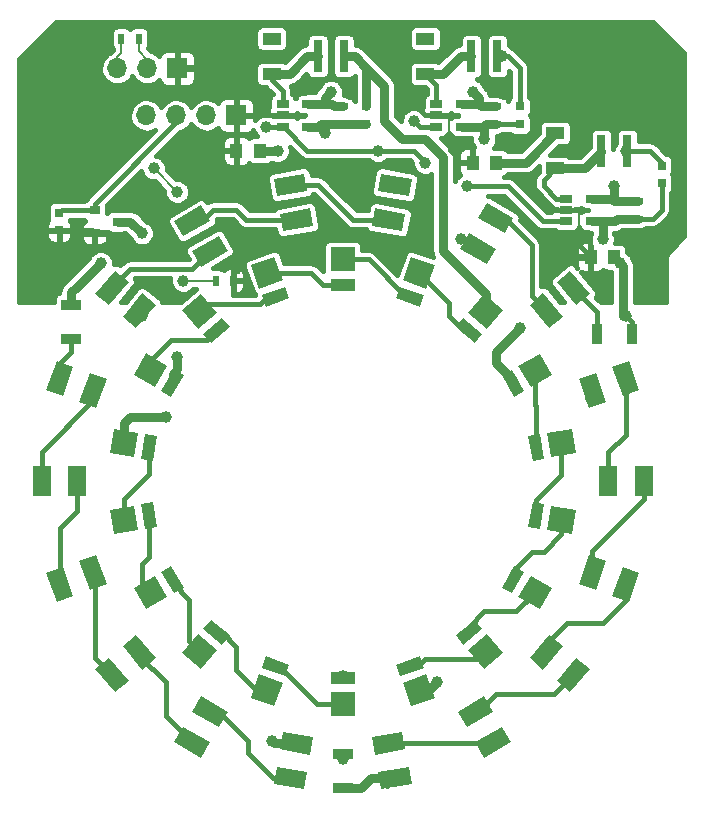
<source format=gtl>
G04 #@! TF.GenerationSoftware,KiCad,Pcbnew,(5.99.0-490-gc7ce93e10)*
G04 #@! TF.CreationDate,2019-12-10T12:24:38+01:00*
G04 #@! TF.ProjectId,Led,4c65642e-6b69-4636-9164-5f7063625858,rev?*
G04 #@! TF.SameCoordinates,Original*
G04 #@! TF.FileFunction,Copper,L1,Top*
G04 #@! TF.FilePolarity,Positive*
%FSLAX46Y46*%
G04 Gerber Fmt 4.6, Leading zero omitted, Abs format (unit mm)*
G04 Created by KiCad (PCBNEW (5.99.0-490-gc7ce93e10)) date 2019-12-10 12:24:38*
%MOMM*%
%LPD*%
G04 APERTURE LIST*
%ADD10R,0.500000X0.900000*%
%ADD11R,1.700000X1.700000*%
%ADD12O,1.700000X1.700000*%
%ADD13R,0.800000X2.700000*%
%ADD14R,1.500000X2.600000*%
%ADD15R,1.000000X1.250000*%
%ADD16R,0.750000X0.800000*%
%ADD17R,1.600000X1.000000*%
%ADD18R,1.060000X0.650000*%
%ADD19R,0.900000X0.800000*%
%ADD20R,0.900000X0.500000*%
%ADD21R,2.100000X2.100000*%
%ADD22R,2.100000X1.000000*%
%ADD23R,1.700000X0.900000*%
%ADD24R,0.900000X1.700000*%
%ADD25C,1.000000*%
%ADD26C,0.400000*%
%ADD27C,0.200000*%
%ADD28C,0.800000*%
G04 APERTURE END LIST*
D10*
X42250000Y-26500000D03*
X43750000Y-26500000D03*
X50250000Y-47000000D03*
X51750000Y-47000000D03*
D11*
X47000000Y-29000000D03*
D12*
X44460000Y-29000000D03*
X41920000Y-29000000D03*
D13*
X85100000Y-36000000D03*
X82900000Y-36000000D03*
X61100000Y-28000000D03*
X58900000Y-28000000D03*
X74100000Y-28000000D03*
X71900000Y-28000000D03*
G04 #@! TA.AperFunction,SMDPad,CuDef*
G36*
X55950458Y-85188440D02*
G01*
X58510958Y-85639925D01*
X58250486Y-87117136D01*
X55689986Y-86665651D01*
X55950458Y-85188440D01*
G37*
G04 #@! TD.AperFunction*
G04 #@! TA.AperFunction,SMDPad,CuDef*
G36*
X55429514Y-88142864D02*
G01*
X57990014Y-88594349D01*
X57729542Y-90071560D01*
X55169042Y-89620075D01*
X55429514Y-88142864D01*
G37*
G04 #@! TD.AperFunction*
G04 #@! TA.AperFunction,SMDPad,CuDef*
G36*
X48999167Y-82181443D02*
G01*
X51250833Y-83481443D01*
X50500833Y-84780481D01*
X48249167Y-83480481D01*
X48999167Y-82181443D01*
G37*
G04 #@! TD.AperFunction*
G04 #@! TA.AperFunction,SMDPad,CuDef*
G36*
X47499167Y-84779519D02*
G01*
X49750833Y-86079519D01*
X49000833Y-87378557D01*
X46749167Y-86078557D01*
X47499167Y-84779519D01*
G37*
G04 #@! TD.AperFunction*
G04 #@! TA.AperFunction,SMDPad,CuDef*
G36*
X43507976Y-76977871D02*
G01*
X45179224Y-78969586D01*
X44030158Y-79933767D01*
X42358910Y-77942052D01*
X43507976Y-76977871D01*
G37*
G04 #@! TD.AperFunction*
G04 #@! TA.AperFunction,SMDPad,CuDef*
G36*
X41209842Y-78906233D02*
G01*
X42881090Y-80897948D01*
X41732024Y-81862129D01*
X40060776Y-79870414D01*
X41209842Y-78906233D01*
G37*
G04 #@! TD.AperFunction*
G04 #@! TA.AperFunction,SMDPad,CuDef*
G36*
X40119682Y-70208854D02*
G01*
X41008935Y-72652055D01*
X39599396Y-73165086D01*
X38710143Y-70721885D01*
X40119682Y-70208854D01*
G37*
G04 #@! TD.AperFunction*
G04 #@! TA.AperFunction,SMDPad,CuDef*
G36*
X37300604Y-71234914D02*
G01*
X38189857Y-73678115D01*
X36780318Y-74191146D01*
X35891065Y-71747945D01*
X37300604Y-71234914D01*
G37*
G04 #@! TD.AperFunction*
D14*
X38500000Y-64000000D03*
X35500000Y-64000000D03*
G04 #@! TA.AperFunction,SMDPad,CuDef*
G36*
X41008935Y-55347945D02*
G01*
X40119682Y-57791146D01*
X38710143Y-57278115D01*
X39599396Y-54834914D01*
X41008935Y-55347945D01*
G37*
G04 #@! TD.AperFunction*
G04 #@! TA.AperFunction,SMDPad,CuDef*
G36*
X38189857Y-54321885D02*
G01*
X37300604Y-56765086D01*
X35891065Y-56252055D01*
X36780318Y-53808854D01*
X38189857Y-54321885D01*
G37*
G04 #@! TD.AperFunction*
G04 #@! TA.AperFunction,SMDPad,CuDef*
G36*
X45179224Y-49030414D02*
G01*
X43507976Y-51022129D01*
X42358910Y-50057948D01*
X44030158Y-48066233D01*
X45179224Y-49030414D01*
G37*
G04 #@! TD.AperFunction*
G04 #@! TA.AperFunction,SMDPad,CuDef*
G36*
X42881090Y-47102052D02*
G01*
X41209842Y-49093767D01*
X40060776Y-48129586D01*
X41732024Y-46137871D01*
X42881090Y-47102052D01*
G37*
G04 #@! TD.AperFunction*
G04 #@! TA.AperFunction,SMDPad,CuDef*
G36*
X51250833Y-44518557D02*
G01*
X48999167Y-45818557D01*
X48249167Y-44519519D01*
X50500833Y-43219519D01*
X51250833Y-44518557D01*
G37*
G04 #@! TD.AperFunction*
G04 #@! TA.AperFunction,SMDPad,CuDef*
G36*
X49750833Y-41920481D02*
G01*
X47499167Y-43220481D01*
X46749167Y-41921443D01*
X49000833Y-40621443D01*
X49750833Y-41920481D01*
G37*
G04 #@! TD.AperFunction*
G04 #@! TA.AperFunction,SMDPad,CuDef*
G36*
X58510958Y-42360075D02*
G01*
X55950458Y-42811560D01*
X55689986Y-41334349D01*
X58250486Y-40882864D01*
X58510958Y-42360075D01*
G37*
G04 #@! TD.AperFunction*
G04 #@! TA.AperFunction,SMDPad,CuDef*
G36*
X57990014Y-39405651D02*
G01*
X55429514Y-39857136D01*
X55169042Y-38379925D01*
X57729542Y-37928440D01*
X57990014Y-39405651D01*
G37*
G04 #@! TD.AperFunction*
G04 #@! TA.AperFunction,SMDPad,CuDef*
G36*
X66049542Y-42811560D02*
G01*
X63489042Y-42360075D01*
X63749514Y-40882864D01*
X66310014Y-41334349D01*
X66049542Y-42811560D01*
G37*
G04 #@! TD.AperFunction*
G04 #@! TA.AperFunction,SMDPad,CuDef*
G36*
X66570486Y-39857136D02*
G01*
X64009986Y-39405651D01*
X64270458Y-37928440D01*
X66830958Y-38379925D01*
X66570486Y-39857136D01*
G37*
G04 #@! TD.AperFunction*
G04 #@! TA.AperFunction,SMDPad,CuDef*
G36*
X78492024Y-51022129D02*
G01*
X76820776Y-49030414D01*
X77969842Y-48066233D01*
X79641090Y-50057948D01*
X78492024Y-51022129D01*
G37*
G04 #@! TD.AperFunction*
G04 #@! TA.AperFunction,SMDPad,CuDef*
G36*
X80790158Y-49093767D02*
G01*
X79118910Y-47102052D01*
X80267976Y-46137871D01*
X81939224Y-48129586D01*
X80790158Y-49093767D01*
G37*
G04 #@! TD.AperFunction*
G04 #@! TA.AperFunction,SMDPad,CuDef*
G36*
X81880318Y-57791146D02*
G01*
X80991065Y-55347945D01*
X82400604Y-54834914D01*
X83289857Y-57278115D01*
X81880318Y-57791146D01*
G37*
G04 #@! TD.AperFunction*
G04 #@! TA.AperFunction,SMDPad,CuDef*
G36*
X84699396Y-56765086D02*
G01*
X83810143Y-54321885D01*
X85219682Y-53808854D01*
X86108935Y-56252055D01*
X84699396Y-56765086D01*
G37*
G04 #@! TD.AperFunction*
X83500000Y-64000000D03*
X86500000Y-64000000D03*
G04 #@! TA.AperFunction,SMDPad,CuDef*
G36*
X80991065Y-72652055D02*
G01*
X81880318Y-70208854D01*
X83289857Y-70721885D01*
X82400604Y-73165086D01*
X80991065Y-72652055D01*
G37*
G04 #@! TD.AperFunction*
G04 #@! TA.AperFunction,SMDPad,CuDef*
G36*
X83810143Y-73678115D02*
G01*
X84699396Y-71234914D01*
X86108935Y-71747945D01*
X85219682Y-74191146D01*
X83810143Y-73678115D01*
G37*
G04 #@! TD.AperFunction*
G04 #@! TA.AperFunction,SMDPad,CuDef*
G36*
X76820776Y-78969586D02*
G01*
X78492024Y-76977871D01*
X79641090Y-77942052D01*
X77969842Y-79933767D01*
X76820776Y-78969586D01*
G37*
G04 #@! TD.AperFunction*
G04 #@! TA.AperFunction,SMDPad,CuDef*
G36*
X79118910Y-80897948D02*
G01*
X80790158Y-78906233D01*
X81939224Y-79870414D01*
X80267976Y-81862129D01*
X79118910Y-80897948D01*
G37*
G04 #@! TD.AperFunction*
G04 #@! TA.AperFunction,SMDPad,CuDef*
G36*
X70739167Y-83481443D02*
G01*
X72990833Y-82181443D01*
X73740833Y-83480481D01*
X71489167Y-84780481D01*
X70739167Y-83481443D01*
G37*
G04 #@! TD.AperFunction*
G04 #@! TA.AperFunction,SMDPad,CuDef*
G36*
X72239167Y-86079519D02*
G01*
X74490833Y-84779519D01*
X75240833Y-86078557D01*
X72989167Y-87378557D01*
X72239167Y-86079519D01*
G37*
G04 #@! TD.AperFunction*
G04 #@! TA.AperFunction,SMDPad,CuDef*
G36*
X63489042Y-85639925D02*
G01*
X66049542Y-85188440D01*
X66310014Y-86665651D01*
X63749514Y-87117136D01*
X63489042Y-85639925D01*
G37*
G04 #@! TD.AperFunction*
G04 #@! TA.AperFunction,SMDPad,CuDef*
G36*
X64009986Y-88594349D02*
G01*
X66570486Y-88142864D01*
X66830958Y-89620075D01*
X64270458Y-90071560D01*
X64009986Y-88594349D01*
G37*
G04 #@! TD.AperFunction*
D15*
X74000000Y-37000000D03*
X72000000Y-37000000D03*
X84000000Y-45000000D03*
X82000000Y-45000000D03*
D16*
X76000000Y-32250000D03*
X76000000Y-33750000D03*
D15*
X54000000Y-36000000D03*
X52000000Y-36000000D03*
D16*
X63000000Y-32250000D03*
X63000000Y-33750000D03*
X88000000Y-37250000D03*
X88000000Y-38750000D03*
X37000000Y-42750000D03*
X37000000Y-41250000D03*
D17*
X68000000Y-26500000D03*
X68000000Y-29500000D03*
X55000000Y-26500000D03*
X55000000Y-29500000D03*
X79000000Y-34500000D03*
X79000000Y-37500000D03*
D18*
X55900000Y-32050000D03*
X55900000Y-33000000D03*
X55900000Y-33950000D03*
X58100000Y-33950000D03*
X58100000Y-32050000D03*
X79900000Y-40050000D03*
X79900000Y-41000000D03*
X79900000Y-41950000D03*
X82100000Y-41950000D03*
X82100000Y-40050000D03*
X68900000Y-32050000D03*
X68900000Y-33000000D03*
X68900000Y-33950000D03*
X71100000Y-33950000D03*
X71100000Y-32050000D03*
D19*
X40000000Y-41050000D03*
X40000000Y-42950000D03*
X42000000Y-42000000D03*
D20*
X74000000Y-33750000D03*
X74000000Y-32250000D03*
X61000000Y-33750000D03*
X61000000Y-32250000D03*
X86000000Y-41750000D03*
X86000000Y-40250000D03*
G04 #@! TA.AperFunction,SMDPad,CuDef*
G36*
X73200833Y-45598557D02*
G01*
X70949167Y-44298557D01*
X71699167Y-42999519D01*
X73950833Y-44299519D01*
X73200833Y-45598557D01*
G37*
G04 #@! TD.AperFunction*
G04 #@! TA.AperFunction,SMDPad,CuDef*
G36*
X74700833Y-43000481D02*
G01*
X72449167Y-41700481D01*
X73199167Y-40401443D01*
X75450833Y-41701443D01*
X74700833Y-43000481D01*
G37*
G04 #@! TD.AperFunction*
D21*
X61000000Y-82810000D03*
D22*
X61000000Y-80650000D03*
G04 #@! TA.AperFunction,SMDPad,CuDef*
G36*
X53945408Y-80325353D02*
G01*
X55918762Y-81043595D01*
X55200520Y-83016949D01*
X53227166Y-82298707D01*
X53945408Y-80325353D01*
G37*
G04 #@! TD.AperFunction*
G04 #@! TA.AperFunction,SMDPad,CuDef*
G36*
X54496060Y-78812448D02*
G01*
X56469414Y-79530690D01*
X56127394Y-80470382D01*
X54154040Y-79752140D01*
X54496060Y-78812448D01*
G37*
G04 #@! TD.AperFunction*
G04 #@! TA.AperFunction,SMDPad,CuDef*
G36*
X48779922Y-76921222D02*
G01*
X50388616Y-78271076D01*
X49038762Y-79879770D01*
X47430068Y-78529916D01*
X48779922Y-76921222D01*
G37*
G04 #@! TD.AperFunction*
G04 #@! TA.AperFunction,SMDPad,CuDef*
G36*
X49814810Y-75687891D02*
G01*
X51423503Y-77037745D01*
X50780716Y-77803789D01*
X49172023Y-76453935D01*
X49814810Y-75687891D01*
G37*
G04 #@! TD.AperFunction*
G04 #@! TA.AperFunction,SMDPad,CuDef*
G36*
X45102846Y-71970673D02*
G01*
X46152846Y-73789327D01*
X44334192Y-74839327D01*
X43284192Y-73020673D01*
X45102846Y-71970673D01*
G37*
G04 #@! TD.AperFunction*
G04 #@! TA.AperFunction,SMDPad,CuDef*
G36*
X46497147Y-71165673D02*
G01*
X47547147Y-72984327D01*
X46681121Y-73484327D01*
X45631121Y-71665673D01*
X46497147Y-71165673D01*
G37*
G04 #@! TD.AperFunction*
G04 #@! TA.AperFunction,SMDPad,CuDef*
G36*
X43334024Y-66044276D02*
G01*
X43698685Y-68112373D01*
X41630588Y-68477034D01*
X41265927Y-66408937D01*
X43334024Y-66044276D01*
G37*
G04 #@! TD.AperFunction*
G04 #@! TA.AperFunction,SMDPad,CuDef*
G36*
X44919563Y-65764703D02*
G01*
X45284224Y-67832799D01*
X44299417Y-68006447D01*
X43934756Y-65938351D01*
X44919563Y-65764703D01*
G37*
G04 #@! TD.AperFunction*
G04 #@! TA.AperFunction,SMDPad,CuDef*
G36*
X43698685Y-59887627D02*
G01*
X43334024Y-61955724D01*
X41265927Y-61591063D01*
X41630588Y-59522966D01*
X43698685Y-59887627D01*
G37*
G04 #@! TD.AperFunction*
G04 #@! TA.AperFunction,SMDPad,CuDef*
G36*
X45284224Y-60167201D02*
G01*
X44919563Y-62235297D01*
X43934756Y-62061649D01*
X44299417Y-59993553D01*
X45284224Y-60167201D01*
G37*
G04 #@! TD.AperFunction*
G04 #@! TA.AperFunction,SMDPad,CuDef*
G36*
X46152846Y-54210673D02*
G01*
X45102846Y-56029327D01*
X43284192Y-54979327D01*
X44334192Y-53160673D01*
X46152846Y-54210673D01*
G37*
G04 #@! TD.AperFunction*
G04 #@! TA.AperFunction,SMDPad,CuDef*
G36*
X47547147Y-55015673D02*
G01*
X46497147Y-56834327D01*
X45631121Y-56334327D01*
X46681121Y-54515673D01*
X47547147Y-55015673D01*
G37*
G04 #@! TD.AperFunction*
G04 #@! TA.AperFunction,SMDPad,CuDef*
G36*
X50388616Y-49728924D02*
G01*
X48779922Y-51078778D01*
X47430068Y-49470084D01*
X49038762Y-48120230D01*
X50388616Y-49728924D01*
G37*
G04 #@! TD.AperFunction*
G04 #@! TA.AperFunction,SMDPad,CuDef*
G36*
X51423503Y-50962255D02*
G01*
X49814810Y-52312109D01*
X49172023Y-51546065D01*
X50780716Y-50196211D01*
X51423503Y-50962255D01*
G37*
G04 #@! TD.AperFunction*
G04 #@! TA.AperFunction,SMDPad,CuDef*
G36*
X55918762Y-46956405D02*
G01*
X53945408Y-47674647D01*
X53227166Y-45701293D01*
X55200520Y-44983051D01*
X55918762Y-46956405D01*
G37*
G04 #@! TD.AperFunction*
G04 #@! TA.AperFunction,SMDPad,CuDef*
G36*
X56469414Y-48469310D02*
G01*
X54496060Y-49187552D01*
X54154040Y-48247860D01*
X56127394Y-47529618D01*
X56469414Y-48469310D01*
G37*
G04 #@! TD.AperFunction*
D21*
X61000000Y-45190000D03*
D22*
X61000000Y-47350000D03*
G04 #@! TA.AperFunction,SMDPad,CuDef*
G36*
X68054592Y-47674647D02*
G01*
X66081238Y-46956405D01*
X66799480Y-44983051D01*
X68772834Y-45701293D01*
X68054592Y-47674647D01*
G37*
G04 #@! TD.AperFunction*
G04 #@! TA.AperFunction,SMDPad,CuDef*
G36*
X67503940Y-49187552D02*
G01*
X65530586Y-48469310D01*
X65872606Y-47529618D01*
X67845960Y-48247860D01*
X67503940Y-49187552D01*
G37*
G04 #@! TD.AperFunction*
G04 #@! TA.AperFunction,SMDPad,CuDef*
G36*
X73220078Y-51078778D02*
G01*
X71611384Y-49728924D01*
X72961238Y-48120230D01*
X74569932Y-49470084D01*
X73220078Y-51078778D01*
G37*
G04 #@! TD.AperFunction*
G04 #@! TA.AperFunction,SMDPad,CuDef*
G36*
X72185190Y-52312109D02*
G01*
X70576497Y-50962255D01*
X71219284Y-50196211D01*
X72827977Y-51546065D01*
X72185190Y-52312109D01*
G37*
G04 #@! TD.AperFunction*
G04 #@! TA.AperFunction,SMDPad,CuDef*
G36*
X76897154Y-56039327D02*
G01*
X75847154Y-54220673D01*
X77665808Y-53170673D01*
X78715808Y-54989327D01*
X76897154Y-56039327D01*
G37*
G04 #@! TD.AperFunction*
G04 #@! TA.AperFunction,SMDPad,CuDef*
G36*
X75502853Y-56844327D02*
G01*
X74452853Y-55025673D01*
X75318879Y-54525673D01*
X76368879Y-56344327D01*
X75502853Y-56844327D01*
G37*
G04 #@! TD.AperFunction*
G04 #@! TA.AperFunction,SMDPad,CuDef*
G36*
X78665976Y-61955724D02*
G01*
X78301315Y-59887627D01*
X80369412Y-59522966D01*
X80734073Y-61591063D01*
X78665976Y-61955724D01*
G37*
G04 #@! TD.AperFunction*
G04 #@! TA.AperFunction,SMDPad,CuDef*
G36*
X77080437Y-62235297D02*
G01*
X76715776Y-60167201D01*
X77700583Y-59993553D01*
X78065244Y-62061649D01*
X77080437Y-62235297D01*
G37*
G04 #@! TD.AperFunction*
G04 #@! TA.AperFunction,SMDPad,CuDef*
G36*
X78301315Y-68112373D02*
G01*
X78665976Y-66044276D01*
X80734073Y-66408937D01*
X80369412Y-68477034D01*
X78301315Y-68112373D01*
G37*
G04 #@! TD.AperFunction*
G04 #@! TA.AperFunction,SMDPad,CuDef*
G36*
X76715776Y-67832799D02*
G01*
X77080437Y-65764703D01*
X78065244Y-65938351D01*
X77700583Y-68006447D01*
X76715776Y-67832799D01*
G37*
G04 #@! TD.AperFunction*
G04 #@! TA.AperFunction,SMDPad,CuDef*
G36*
X75847154Y-73789327D02*
G01*
X76897154Y-71970673D01*
X78715808Y-73020673D01*
X77665808Y-74839327D01*
X75847154Y-73789327D01*
G37*
G04 #@! TD.AperFunction*
G04 #@! TA.AperFunction,SMDPad,CuDef*
G36*
X74452853Y-72984327D02*
G01*
X75502853Y-71165673D01*
X76368879Y-71665673D01*
X75318879Y-73484327D01*
X74452853Y-72984327D01*
G37*
G04 #@! TD.AperFunction*
G04 #@! TA.AperFunction,SMDPad,CuDef*
G36*
X71611384Y-78271076D02*
G01*
X73220078Y-76921222D01*
X74569932Y-78529916D01*
X72961238Y-79879770D01*
X71611384Y-78271076D01*
G37*
G04 #@! TD.AperFunction*
G04 #@! TA.AperFunction,SMDPad,CuDef*
G36*
X70576497Y-77037745D02*
G01*
X72185190Y-75687891D01*
X72827977Y-76453935D01*
X71219284Y-77803789D01*
X70576497Y-77037745D01*
G37*
G04 #@! TD.AperFunction*
G04 #@! TA.AperFunction,SMDPad,CuDef*
G36*
X66081238Y-81043595D02*
G01*
X68054592Y-80325353D01*
X68772834Y-82298707D01*
X66799480Y-83016949D01*
X66081238Y-81043595D01*
G37*
G04 #@! TD.AperFunction*
G04 #@! TA.AperFunction,SMDPad,CuDef*
G36*
X65530586Y-79530690D02*
G01*
X67503940Y-78812448D01*
X67845960Y-79752140D01*
X65872606Y-80470382D01*
X65530586Y-79530690D01*
G37*
G04 #@! TD.AperFunction*
D11*
X52000000Y-33000000D03*
D12*
X49460000Y-33000000D03*
X46920000Y-33000000D03*
X44380000Y-33000000D03*
D23*
X61000000Y-87050000D03*
X61000000Y-89950000D03*
D24*
X85450000Y-51500000D03*
X82550000Y-51500000D03*
D23*
X38000000Y-49050000D03*
X38000000Y-51950000D03*
D25*
X45000000Y-37500000D03*
X47000000Y-39500000D03*
X47500000Y-47000000D03*
X46500000Y-48000000D03*
X52000000Y-46000000D03*
X68000000Y-37000000D03*
X71500000Y-39000000D03*
X67000000Y-33500000D03*
X64000000Y-36000000D03*
X54500000Y-34000000D03*
X55000000Y-86000000D03*
X44000000Y-50000000D03*
X82000000Y-57000000D03*
X44000000Y-43000000D03*
X76000000Y-51000000D03*
X83000000Y-43500000D03*
X69000000Y-81000000D03*
X85000000Y-36000000D03*
X47000000Y-53500000D03*
X59500000Y-34500000D03*
X73000000Y-35000000D03*
X61000000Y-80500000D03*
X46000000Y-58500000D03*
X74500000Y-28000000D03*
X68000000Y-26500000D03*
X79000000Y-34500000D03*
X72000000Y-31000000D03*
X60000000Y-31000000D03*
X84000000Y-39000000D03*
X55500000Y-36000000D03*
X85000000Y-50000000D03*
X84500000Y-45500000D03*
X40500000Y-45500000D03*
X61000000Y-87500000D03*
X55000000Y-26500000D03*
X71000000Y-43500000D03*
X66000000Y-39000000D03*
X76500000Y-38500000D03*
X70500000Y-35500000D03*
X66500000Y-31500000D03*
D26*
X82550000Y-51500000D02*
X82550000Y-49636752D01*
X82550000Y-49636752D02*
X80529067Y-47615819D01*
X85500000Y-50500000D02*
X85450000Y-50550000D01*
X85450000Y-50550000D02*
X85450000Y-51500000D01*
X85000000Y-50000000D02*
X85500000Y-50500000D01*
D27*
X44460000Y-28297919D02*
X43750000Y-27587919D01*
X44460000Y-29500000D02*
X44460000Y-28297919D01*
X43750000Y-27587919D02*
X43750000Y-26500000D01*
X41920000Y-28080000D02*
X42250000Y-27750000D01*
X42250000Y-27750000D02*
X42250000Y-26500000D01*
X41920000Y-29500000D02*
X41920000Y-28080000D01*
X47000000Y-39500000D02*
X45000000Y-37500000D01*
X50250000Y-47000000D02*
X47500000Y-47000000D01*
X51750000Y-46250000D02*
X52000000Y-46000000D01*
X51750000Y-47000000D02*
X51750000Y-46250000D01*
D26*
X68850000Y-34000000D02*
X68900000Y-33950000D01*
X68850000Y-34000000D02*
X68900000Y-33950000D01*
X67500000Y-36500000D02*
X67000000Y-36000000D01*
X75000000Y-39000000D02*
X71500000Y-39000000D01*
X77950000Y-41950000D02*
X79900000Y-41950000D01*
X77950000Y-41950000D02*
X75000000Y-39000000D01*
X56000000Y-34000000D02*
X55900000Y-33950000D01*
X58000000Y-36000000D02*
X56000000Y-34000000D01*
X64000000Y-36000000D02*
X58000000Y-36000000D01*
X67000000Y-36000000D02*
X64000000Y-36000000D01*
X68850000Y-34000000D02*
X68900000Y-33950000D01*
X68000000Y-34000000D02*
X68850000Y-34000000D01*
X67500000Y-36500000D02*
X68000000Y-37000000D01*
X67000000Y-33500000D02*
X67500000Y-34000000D01*
X68000000Y-34000000D02*
X67500000Y-34000000D01*
X54550000Y-33950000D02*
X55900000Y-33950000D01*
X54500000Y-34000000D02*
X54550000Y-33950000D01*
D28*
X81500000Y-37500000D02*
X79000000Y-37500000D01*
X82900000Y-36100000D02*
X81500000Y-37500000D01*
X82900000Y-36000000D02*
X82900000Y-36100000D01*
D26*
X79050000Y-40050000D02*
X78000000Y-39000000D01*
X78000000Y-39000000D02*
X78000000Y-38500000D01*
X78000000Y-38500000D02*
X79000000Y-37500000D01*
X79900000Y-40050000D02*
X79050000Y-40050000D01*
X55000000Y-30000000D02*
X55000000Y-29500000D01*
X55900000Y-30900000D02*
X55000000Y-30000000D01*
X55900000Y-32050000D02*
X55900000Y-30900000D01*
D28*
X58000000Y-28000000D02*
X56500000Y-29500000D01*
X56500000Y-29500000D02*
X55000000Y-29500000D01*
X58900000Y-28000000D02*
X58000000Y-28000000D01*
X69500000Y-29500000D02*
X71000000Y-28000000D01*
X71000000Y-28000000D02*
X71900000Y-28000000D01*
X68000000Y-29500000D02*
X69500000Y-29500000D01*
D26*
X68900000Y-30400000D02*
X68000000Y-29500000D01*
X68900000Y-32050000D02*
X68900000Y-30400000D01*
X40000000Y-78913248D02*
X41470933Y-80384181D01*
X40000000Y-72000000D02*
X40000000Y-78913248D01*
X39859539Y-71859539D02*
X40000000Y-72000000D01*
X39859539Y-71686970D02*
X39859539Y-71859539D01*
X58892788Y-38892788D02*
X61847212Y-41847212D01*
X61847212Y-41847212D02*
X64899528Y-41847212D01*
X56579528Y-38892788D02*
X58892788Y-38892788D01*
D28*
X55000000Y-86000000D02*
X55152788Y-86152788D01*
X55152788Y-86152788D02*
X57100472Y-86152788D01*
X43769067Y-49769067D02*
X43769067Y-49544181D01*
X44000000Y-50000000D02*
X43769067Y-49769067D01*
X82140461Y-56859539D02*
X82140461Y-56313030D01*
X82000000Y-57000000D02*
X82140461Y-56859539D01*
X43000000Y-42000000D02*
X44000000Y-43000000D01*
X42000000Y-42000000D02*
X43000000Y-42000000D01*
D26*
X84959539Y-74040461D02*
X84959539Y-72713030D01*
X83000000Y-76000000D02*
X84959539Y-74040461D01*
X80000000Y-76000000D02*
X83000000Y-76000000D01*
X78230933Y-77769067D02*
X80000000Y-76000000D01*
X78230933Y-78455819D02*
X78230933Y-77769067D01*
X79517694Y-67482306D02*
X79517694Y-67260655D01*
X77000000Y-70000000D02*
X78000000Y-70000000D01*
X78000000Y-70000000D02*
X79517694Y-68482306D01*
X79517694Y-68482306D02*
X79517694Y-67260655D01*
X75410866Y-71589134D02*
X77000000Y-70000000D01*
X75410866Y-72325000D02*
X75410866Y-71589134D01*
X48000000Y-77491154D02*
X48909342Y-78400496D01*
X48000000Y-74000000D02*
X48000000Y-77491154D01*
X46589134Y-72589134D02*
X48000000Y-74000000D01*
X46589134Y-72325000D02*
X46589134Y-72589134D01*
X37200000Y-41050000D02*
X37000000Y-41250000D01*
X40000000Y-41050000D02*
X37200000Y-41050000D01*
X46920000Y-33580000D02*
X46920000Y-33000000D01*
X40000000Y-40500000D02*
X46920000Y-33580000D01*
X40000000Y-41050000D02*
X40000000Y-40500000D01*
D28*
X84250000Y-41750000D02*
X84050000Y-41950000D01*
X83000000Y-41950000D02*
X82100000Y-41950000D01*
X84050000Y-41950000D02*
X83000000Y-41950000D01*
X86000000Y-41750000D02*
X84250000Y-41750000D01*
X75410866Y-55410866D02*
X74000000Y-54000000D01*
D26*
X87250000Y-41750000D02*
X88000000Y-41000000D01*
X88000000Y-41000000D02*
X88000000Y-38750000D01*
X86000000Y-41750000D02*
X87250000Y-41750000D01*
D28*
X74000000Y-53000000D02*
X76000000Y-51000000D01*
X74000000Y-54000000D02*
X74000000Y-53000000D01*
X75410866Y-55410866D02*
X74000000Y-54000000D01*
X75410866Y-55685000D02*
X75410866Y-55410866D01*
X83000000Y-41950000D02*
X83000000Y-43500000D01*
X68328849Y-81671151D02*
X69000000Y-81000000D01*
X67427036Y-81671151D02*
X68328849Y-81671151D01*
X85000000Y-36000000D02*
X85100000Y-36000000D01*
D26*
X87000000Y-36000000D02*
X85100000Y-36000000D01*
X88000000Y-37000000D02*
X87000000Y-36000000D01*
X88000000Y-37250000D02*
X88000000Y-37000000D01*
D28*
X58950000Y-33950000D02*
X59150000Y-33750000D01*
X59500000Y-33750000D02*
X61000000Y-33750000D01*
X59150000Y-33750000D02*
X59500000Y-33750000D01*
X58100000Y-33950000D02*
X58950000Y-33950000D01*
X61000000Y-33750000D02*
X63000000Y-33750000D01*
X46589134Y-54910866D02*
X46589134Y-55675000D01*
X47000000Y-53500000D02*
X47000000Y-54500000D01*
X47000000Y-54500000D02*
X46589134Y-54910866D01*
X59500000Y-33750000D02*
X59500000Y-34500000D01*
X63000000Y-29000000D02*
X62000000Y-28000000D01*
X62000000Y-28000000D02*
X61100000Y-28000000D01*
X63000000Y-32250000D02*
X63000000Y-29000000D01*
X73090658Y-48090658D02*
X69500000Y-44500000D01*
X73090658Y-49599504D02*
X73090658Y-48090658D01*
X66000000Y-35000000D02*
X64500000Y-33500000D01*
X64500000Y-33500000D02*
X64500000Y-30500000D01*
X64500000Y-30500000D02*
X63000000Y-29000000D01*
X69500000Y-44500000D02*
X69500000Y-36500000D01*
X69500000Y-36500000D02*
X68000000Y-35000000D01*
X68000000Y-35000000D02*
X66000000Y-35000000D01*
D26*
X72950000Y-33950000D02*
X73150000Y-33750000D01*
X73150000Y-33750000D02*
X74000000Y-33750000D01*
X74000000Y-33750000D02*
X76000000Y-33750000D01*
D28*
X73150000Y-33750000D02*
X74000000Y-33750000D01*
X72950000Y-33950000D02*
X73150000Y-33750000D01*
X71100000Y-33950000D02*
X72950000Y-33950000D01*
X72950000Y-34950000D02*
X73000000Y-35000000D01*
X72950000Y-33950000D02*
X72950000Y-34950000D01*
X61000000Y-80500000D02*
X61000000Y-80650000D01*
D26*
X76000000Y-29000000D02*
X75000000Y-28000000D01*
X75000000Y-28000000D02*
X74100000Y-28000000D01*
X76000000Y-32250000D02*
X76000000Y-29000000D01*
D28*
X42482306Y-59017694D02*
X43000000Y-58500000D01*
X43000000Y-58500000D02*
X46000000Y-58500000D01*
X74500000Y-28000000D02*
X74100000Y-28000000D01*
X42482306Y-60739345D02*
X42482306Y-59017694D01*
X84250000Y-40250000D02*
X84050000Y-40050000D01*
X84050000Y-40050000D02*
X82100000Y-40050000D01*
X84000000Y-40250000D02*
X84250000Y-40250000D01*
X86000000Y-40250000D02*
X84000000Y-40250000D01*
X71100000Y-32050000D02*
X72500000Y-32050000D01*
X59500000Y-32050000D02*
X58100000Y-32050000D01*
X60050000Y-32050000D02*
X59500000Y-32050000D01*
X60250000Y-32250000D02*
X60050000Y-32050000D01*
X61000000Y-32250000D02*
X60250000Y-32250000D01*
X72500000Y-31500000D02*
X72000000Y-31000000D01*
X72500000Y-32050000D02*
X72500000Y-31500000D01*
X60000000Y-31000000D02*
X59500000Y-31500000D01*
X59500000Y-31500000D02*
X59500000Y-32050000D01*
X84000000Y-40250000D02*
X84000000Y-39000000D01*
X54000000Y-36000000D02*
X55500000Y-36000000D01*
X85000000Y-50000000D02*
X84750000Y-50000000D01*
X84750000Y-45750000D02*
X84000000Y-45000000D01*
X84750000Y-50000000D02*
X84750000Y-45750000D01*
X84500000Y-45500000D02*
X84000000Y-45000000D01*
X38500000Y-47500000D02*
X40500000Y-45500000D01*
X38000000Y-48000000D02*
X38500000Y-47500000D01*
X76500000Y-37000000D02*
X79000000Y-34500000D01*
X74000000Y-37000000D02*
X76500000Y-37000000D01*
X72700000Y-32250000D02*
X72500000Y-32050000D01*
X74000000Y-32250000D02*
X72700000Y-32250000D01*
X38000000Y-49050000D02*
X38000000Y-48000000D01*
D26*
X55107212Y-89107212D02*
X56579528Y-89107212D01*
X53000000Y-87000000D02*
X55107212Y-89107212D01*
X53000000Y-86000000D02*
X53000000Y-87000000D01*
X50480962Y-83480962D02*
X53000000Y-86000000D01*
X49750000Y-83480962D02*
X50480962Y-83480962D01*
X46000000Y-83829038D02*
X48250000Y-86079038D01*
X46000000Y-81000000D02*
X46000000Y-83829038D01*
X43769067Y-78769067D02*
X46000000Y-81000000D01*
X43769067Y-78455819D02*
X43769067Y-78769067D01*
X38500000Y-66500000D02*
X37040461Y-67959539D01*
X37040461Y-67959539D02*
X37040461Y-72713030D01*
X38500000Y-64000000D02*
X38500000Y-66500000D01*
X38000000Y-53000000D02*
X38000000Y-51750000D01*
X37040461Y-53959539D02*
X38000000Y-53000000D01*
X37040461Y-55286970D02*
X37040461Y-53959539D01*
X35500000Y-61500000D02*
X35500000Y-64000000D01*
X39859539Y-57140461D02*
X35500000Y-61500000D01*
X39859539Y-56313030D02*
X39859539Y-57140461D01*
X48269038Y-46000000D02*
X49750000Y-44519038D01*
X43000000Y-46000000D02*
X48269038Y-46000000D01*
X41470933Y-47529067D02*
X43000000Y-46000000D01*
X41470933Y-47615819D02*
X41470933Y-47529067D01*
X52847212Y-41847212D02*
X57100472Y-41847212D01*
X52000000Y-41000000D02*
X52847212Y-41847212D01*
X50000000Y-41000000D02*
X52000000Y-41000000D01*
X49079038Y-41920962D02*
X50000000Y-41000000D01*
X48250000Y-41920962D02*
X49079038Y-41920962D01*
X72299038Y-44299038D02*
X72450000Y-44299038D01*
X65892788Y-38892788D02*
X65420472Y-38892788D01*
X66000000Y-39000000D02*
X65892788Y-38892788D01*
X71799038Y-44299038D02*
X71000000Y-43500000D01*
X72450000Y-44299038D02*
X71799038Y-44299038D01*
X77000000Y-48313248D02*
X78230933Y-49544181D01*
X77000000Y-44000000D02*
X77000000Y-48313248D01*
X74700962Y-41700962D02*
X77000000Y-44000000D01*
X73950000Y-41700962D02*
X74700962Y-41700962D01*
X83500000Y-61500000D02*
X84959539Y-60040461D01*
X84959539Y-60040461D02*
X84959539Y-55286970D01*
X83500000Y-64000000D02*
X83500000Y-61500000D01*
X82140461Y-69859539D02*
X86500000Y-65500000D01*
X86500000Y-65500000D02*
X86500000Y-64000000D01*
X82140461Y-71686970D02*
X82140461Y-69859539D01*
X78913248Y-82000000D02*
X80529067Y-80384181D01*
X74000000Y-82000000D02*
X78913248Y-82000000D01*
X72519038Y-83480962D02*
X74000000Y-82000000D01*
X72240000Y-83480962D02*
X72519038Y-83480962D01*
X64777684Y-89750000D02*
X65420472Y-89107212D01*
D28*
X62550000Y-89950000D02*
X63392788Y-89107212D01*
X63392788Y-89107212D02*
X65420472Y-89107212D01*
X61000000Y-89950000D02*
X62550000Y-89950000D01*
D26*
X73666250Y-86152788D02*
X73740000Y-86079038D01*
X64899528Y-86152788D02*
X73666250Y-86152788D01*
X72491154Y-79000000D02*
X73090658Y-78400496D01*
X68000000Y-79000000D02*
X72491154Y-79000000D01*
X67358585Y-79641415D02*
X68000000Y-79000000D01*
X66688273Y-79641415D02*
X67358585Y-79641415D01*
X75686481Y-75000000D02*
X77281481Y-73405000D01*
X73000000Y-75000000D02*
X75686481Y-75000000D01*
X71702237Y-76297763D02*
X73000000Y-75000000D01*
X71702237Y-76745840D02*
X71702237Y-76297763D01*
X77390510Y-65609490D02*
X79517694Y-63482306D01*
X79517694Y-63482306D02*
X79517694Y-60739345D01*
X77390510Y-66885575D02*
X77390510Y-65609490D01*
X77390510Y-57609490D02*
X77281481Y-57500461D01*
X77281481Y-57500461D02*
X77281481Y-54605000D01*
X77390510Y-61114425D02*
X77390510Y-57609490D01*
X70000000Y-48901813D02*
X67427036Y-46328849D01*
X70000000Y-50000000D02*
X70000000Y-48901813D01*
X71254160Y-51254160D02*
X70000000Y-50000000D01*
X71702237Y-51254160D02*
X71254160Y-51254160D01*
X63190000Y-45190000D02*
X61000000Y-45190000D01*
X66358585Y-48358585D02*
X63190000Y-45190000D01*
X66688273Y-48358585D02*
X66358585Y-48358585D01*
X59350000Y-47350000D02*
X58328849Y-46328849D01*
X58328849Y-46328849D02*
X54572964Y-46328849D01*
X61000000Y-47350000D02*
X59350000Y-47350000D01*
X49508846Y-49000000D02*
X48909342Y-49599504D01*
X54000000Y-49000000D02*
X49508846Y-49000000D01*
X54641415Y-48358585D02*
X54000000Y-49000000D01*
X55311727Y-48358585D02*
X54641415Y-48358585D01*
X50297763Y-51254160D02*
X49745840Y-51254160D01*
X44718519Y-53781481D02*
X44718519Y-54595000D01*
X49500000Y-52000000D02*
X46500000Y-52000000D01*
X46500000Y-52000000D02*
X44718519Y-53781481D01*
X50245840Y-51254160D02*
X49500000Y-52000000D01*
X50297763Y-51254160D02*
X50245840Y-51254160D01*
X44609490Y-63390510D02*
X42482306Y-65517694D01*
X42482306Y-65517694D02*
X42482306Y-67260655D01*
X44609490Y-61114425D02*
X44609490Y-63390510D01*
X44000000Y-72686481D02*
X44718519Y-73405000D01*
X44609490Y-70390510D02*
X44000000Y-71000000D01*
X44000000Y-71000000D02*
X44000000Y-72686481D01*
X44609490Y-66885575D02*
X44609490Y-70390510D01*
X39800000Y-42750000D02*
X40000000Y-42950000D01*
X37000000Y-42750000D02*
X39800000Y-42750000D01*
D27*
X70000000Y-33000000D02*
X70000000Y-35000000D01*
X70000000Y-35500000D02*
X70000000Y-36000000D01*
X70000000Y-35000000D02*
X70000000Y-35500000D01*
X70000000Y-36000000D02*
X71000000Y-37000000D01*
X71000000Y-37000000D02*
X72000000Y-37000000D01*
X68900000Y-33000000D02*
X70000000Y-33000000D01*
X81000000Y-41000000D02*
X81000000Y-44000000D01*
X79900000Y-41000000D02*
X81000000Y-41000000D01*
D26*
X79000000Y-41000000D02*
X76500000Y-38500000D01*
X79900000Y-41000000D02*
X79000000Y-41000000D01*
X82000000Y-45000000D02*
X81000000Y-44000000D01*
X70000000Y-35500000D02*
X70500000Y-35500000D01*
X68000000Y-33000000D02*
X68900000Y-33000000D01*
X68000000Y-33000000D02*
X67000000Y-32000000D01*
X66500000Y-31500000D02*
X67000000Y-32000000D01*
X55900000Y-33000000D02*
X52000000Y-33000000D01*
X53671151Y-81671151D02*
X54572964Y-81671151D01*
X52000000Y-80000000D02*
X53671151Y-81671151D01*
X52000000Y-78000000D02*
X52000000Y-80000000D01*
X50745840Y-76745840D02*
X52000000Y-78000000D01*
X50297763Y-76745840D02*
X50745840Y-76745840D01*
X58810000Y-82810000D02*
X61000000Y-82810000D01*
X55641415Y-79641415D02*
X58810000Y-82810000D01*
X55311727Y-79641415D02*
X55641415Y-79641415D01*
G36*
X77317825Y-42447781D02*
G01*
X77474505Y-42604462D01*
X77531232Y-42633366D01*
X77582739Y-42670787D01*
X77643288Y-42690461D01*
X77700018Y-42719366D01*
X77762904Y-42729327D01*
X77823451Y-42748999D01*
X77886303Y-42748999D01*
X77886309Y-42749000D01*
X79001220Y-42749000D01*
X79136282Y-42839245D01*
X79350400Y-42881836D01*
X80449600Y-42881836D01*
X80663718Y-42839245D01*
X80861855Y-42706855D01*
X80994245Y-42508718D01*
X81000000Y-42479786D01*
X81005755Y-42508718D01*
X81138145Y-42706855D01*
X81336282Y-42839245D01*
X81550400Y-42881836D01*
X81727721Y-42881836D01*
X82001001Y-42939924D01*
X82001001Y-43032319D01*
X81975896Y-43075802D01*
X81901000Y-43355314D01*
X81901000Y-43644686D01*
X81905147Y-43660163D01*
X81473801Y-43660163D01*
X81147963Y-43747471D01*
X80950052Y-43913538D01*
X80825388Y-44129461D01*
X80785163Y-44357590D01*
X80785163Y-44945000D01*
X81945000Y-44945000D01*
X81945000Y-43808894D01*
X81975896Y-43924198D01*
X82055000Y-44061211D01*
X82055000Y-46339837D01*
X82526199Y-46339837D01*
X82852038Y-46252529D01*
X83049949Y-46086462D01*
X83067554Y-46055970D01*
X83068145Y-46056855D01*
X83266282Y-46189245D01*
X83480400Y-46231836D01*
X83677616Y-46231836D01*
X83751001Y-46305222D01*
X83751000Y-48801000D01*
X82844204Y-48801000D01*
X82469307Y-48426103D01*
X82480952Y-48411593D01*
X82547635Y-48182815D01*
X82521692Y-47945934D01*
X82416685Y-47754533D01*
X81140796Y-46233987D01*
X81254461Y-46299612D01*
X81482590Y-46339837D01*
X81945000Y-46339837D01*
X81945000Y-45055000D01*
X80785163Y-45055000D01*
X80785163Y-45651199D01*
X80847739Y-45884736D01*
X80720241Y-45732790D01*
X80549982Y-45596143D01*
X80321205Y-45529460D01*
X80084324Y-45555403D01*
X79892923Y-45660410D01*
X78713829Y-46649787D01*
X78577182Y-46820046D01*
X78510499Y-47048823D01*
X78536442Y-47285704D01*
X78641449Y-47477105D01*
X79752329Y-48801000D01*
X79378554Y-48801000D01*
X78422107Y-47661152D01*
X78251848Y-47524505D01*
X78023071Y-47457822D01*
X77799000Y-47482362D01*
X77799000Y-43873450D01*
X77779326Y-43812901D01*
X77769367Y-43750019D01*
X77740461Y-43693288D01*
X77720787Y-43632740D01*
X77683369Y-43581237D01*
X77654462Y-43524505D01*
X77584272Y-43454316D01*
X76019538Y-41889583D01*
X76056343Y-41781160D01*
X76040757Y-41543373D01*
X75935361Y-41329651D01*
X75771225Y-41185708D01*
X73485611Y-39866108D01*
X73287919Y-39799000D01*
X74669045Y-39799000D01*
X77317825Y-42447781D01*
G37*
X77317825Y-42447781D02*
X77474505Y-42604462D01*
X77531232Y-42633366D01*
X77582739Y-42670787D01*
X77643288Y-42690461D01*
X77700018Y-42719366D01*
X77762904Y-42729327D01*
X77823451Y-42748999D01*
X77886303Y-42748999D01*
X77886309Y-42749000D01*
X79001220Y-42749000D01*
X79136282Y-42839245D01*
X79350400Y-42881836D01*
X80449600Y-42881836D01*
X80663718Y-42839245D01*
X80861855Y-42706855D01*
X80994245Y-42508718D01*
X81000000Y-42479786D01*
X81005755Y-42508718D01*
X81138145Y-42706855D01*
X81336282Y-42839245D01*
X81550400Y-42881836D01*
X81727721Y-42881836D01*
X82001001Y-42939924D01*
X82001001Y-43032319D01*
X81975896Y-43075802D01*
X81901000Y-43355314D01*
X81901000Y-43644686D01*
X81905147Y-43660163D01*
X81473801Y-43660163D01*
X81147963Y-43747471D01*
X80950052Y-43913538D01*
X80825388Y-44129461D01*
X80785163Y-44357590D01*
X80785163Y-44945000D01*
X81945000Y-44945000D01*
X81945000Y-43808894D01*
X81975896Y-43924198D01*
X82055000Y-44061211D01*
X82055000Y-46339837D01*
X82526199Y-46339837D01*
X82852038Y-46252529D01*
X83049949Y-46086462D01*
X83067554Y-46055970D01*
X83068145Y-46056855D01*
X83266282Y-46189245D01*
X83480400Y-46231836D01*
X83677616Y-46231836D01*
X83751001Y-46305222D01*
X83751000Y-48801000D01*
X82844204Y-48801000D01*
X82469307Y-48426103D01*
X82480952Y-48411593D01*
X82547635Y-48182815D01*
X82521692Y-47945934D01*
X82416685Y-47754533D01*
X81140796Y-46233987D01*
X81254461Y-46299612D01*
X81482590Y-46339837D01*
X81945000Y-46339837D01*
X81945000Y-45055000D01*
X80785163Y-45055000D01*
X80785163Y-45651199D01*
X80847739Y-45884736D01*
X80720241Y-45732790D01*
X80549982Y-45596143D01*
X80321205Y-45529460D01*
X80084324Y-45555403D01*
X79892923Y-45660410D01*
X78713829Y-46649787D01*
X78577182Y-46820046D01*
X78510499Y-47048823D01*
X78536442Y-47285704D01*
X78641449Y-47477105D01*
X79752329Y-48801000D01*
X79378554Y-48801000D01*
X78422107Y-47661152D01*
X78251848Y-47524505D01*
X78023071Y-47457822D01*
X77799000Y-47482362D01*
X77799000Y-43873450D01*
X77779326Y-43812901D01*
X77769367Y-43750019D01*
X77740461Y-43693288D01*
X77720787Y-43632740D01*
X77683369Y-43581237D01*
X77654462Y-43524505D01*
X77584272Y-43454316D01*
X76019538Y-41889583D01*
X76056343Y-41781160D01*
X76040757Y-41543373D01*
X75935361Y-41329651D01*
X75771225Y-41185708D01*
X73485611Y-39866108D01*
X73287919Y-39799000D01*
X74669045Y-39799000D01*
X77317825Y-42447781D01*
G36*
X89901001Y-27748115D02*
G01*
X89901000Y-43251887D01*
X88509360Y-44643527D01*
X88487690Y-44686055D01*
X88459634Y-44724672D01*
X88444885Y-44770065D01*
X88423217Y-44812591D01*
X88415750Y-44859731D01*
X88401000Y-44905129D01*
X88401000Y-45095646D01*
X88401001Y-45095649D01*
X88401001Y-48801000D01*
X85749000Y-48801000D01*
X85749000Y-45772093D01*
X85753904Y-45655101D01*
X85733412Y-45567737D01*
X85721233Y-45478827D01*
X85702291Y-45435055D01*
X85689697Y-45381355D01*
X85657796Y-45332233D01*
X85612532Y-45227632D01*
X85541176Y-45139516D01*
X85524105Y-45075802D01*
X85379419Y-44825198D01*
X85174802Y-44620581D01*
X85106836Y-44581341D01*
X85106836Y-44355400D01*
X85064245Y-44141282D01*
X84931855Y-43943145D01*
X84733718Y-43810755D01*
X84519600Y-43768164D01*
X84065914Y-43768164D01*
X84099000Y-43644686D01*
X84099000Y-43355314D01*
X84024104Y-43075802D01*
X83999000Y-43032320D01*
X83999000Y-42949000D01*
X84027906Y-42949000D01*
X84144896Y-42953904D01*
X84232256Y-42933414D01*
X84321173Y-42921233D01*
X84364945Y-42902292D01*
X84418646Y-42889696D01*
X84467761Y-42857799D01*
X84572368Y-42812532D01*
X84650822Y-42749000D01*
X86068472Y-42749000D01*
X86271173Y-42721233D01*
X86522368Y-42612532D01*
X86548874Y-42591067D01*
X86683718Y-42564245D01*
X86706534Y-42549000D01*
X87313691Y-42549000D01*
X87313697Y-42548999D01*
X87376548Y-42548999D01*
X87437091Y-42529327D01*
X87499981Y-42519367D01*
X87556715Y-42490460D01*
X87617261Y-42470787D01*
X87668761Y-42433370D01*
X87725495Y-42404462D01*
X87905010Y-42224946D01*
X87905011Y-42224944D01*
X88598368Y-41531588D01*
X88654462Y-41475495D01*
X88683366Y-41418768D01*
X88720787Y-41367261D01*
X88740461Y-41306712D01*
X88769366Y-41249982D01*
X88779327Y-41187097D01*
X88798999Y-41126550D01*
X88798999Y-41063697D01*
X88799000Y-41063691D01*
X88799000Y-39587103D01*
X88806855Y-39581855D01*
X88939245Y-39383718D01*
X88981836Y-39169600D01*
X88981836Y-38330400D01*
X88939245Y-38116282D01*
X88861548Y-38000000D01*
X88939245Y-37883718D01*
X88981836Y-37669600D01*
X88981836Y-36830400D01*
X88939245Y-36616282D01*
X88806855Y-36418145D01*
X88608718Y-36285755D01*
X88394600Y-36243164D01*
X88373120Y-36243164D01*
X87655011Y-35525056D01*
X87655010Y-35525054D01*
X87475495Y-35345538D01*
X87418761Y-35316630D01*
X87367261Y-35279213D01*
X87306715Y-35259540D01*
X87249981Y-35230633D01*
X87187091Y-35220673D01*
X87126548Y-35201001D01*
X87063697Y-35201001D01*
X87063691Y-35201000D01*
X86106836Y-35201000D01*
X86106836Y-34630400D01*
X86064245Y-34416282D01*
X85931855Y-34218145D01*
X85733718Y-34085755D01*
X85519600Y-34043164D01*
X84680400Y-34043164D01*
X84466282Y-34085755D01*
X84268145Y-34218145D01*
X84135755Y-34416282D01*
X84093164Y-34630400D01*
X84093164Y-35372686D01*
X83975896Y-35575802D01*
X83906836Y-35833534D01*
X83906836Y-34630400D01*
X83864245Y-34416282D01*
X83731855Y-34218145D01*
X83533718Y-34085755D01*
X83319600Y-34043164D01*
X82480400Y-34043164D01*
X82266282Y-34085755D01*
X82068145Y-34218145D01*
X81935755Y-34416282D01*
X81893164Y-34630400D01*
X81893164Y-35694038D01*
X81086202Y-36501000D01*
X80131365Y-36501000D01*
X80033718Y-36435755D01*
X79819600Y-36393164D01*
X78519634Y-36393164D01*
X79305963Y-35606836D01*
X79819600Y-35606836D01*
X80033718Y-35564245D01*
X80231855Y-35431855D01*
X80364245Y-35233718D01*
X80406836Y-35019600D01*
X80406836Y-33980400D01*
X80364245Y-33766282D01*
X80231855Y-33568145D01*
X80033718Y-33435755D01*
X79819600Y-33393164D01*
X78180400Y-33393164D01*
X77966282Y-33435755D01*
X77768145Y-33568145D01*
X77635755Y-33766282D01*
X77593164Y-33980400D01*
X77593164Y-34494037D01*
X76086202Y-36001000D01*
X74970512Y-36001000D01*
X74931855Y-35943145D01*
X74733718Y-35810755D01*
X74519600Y-35768164D01*
X73786057Y-35768164D01*
X73879419Y-35674802D01*
X74024104Y-35424198D01*
X74099000Y-35144686D01*
X74099000Y-34855314D01*
X74070441Y-34748730D01*
X74271173Y-34721233D01*
X74522368Y-34612532D01*
X74548874Y-34591067D01*
X74683718Y-34564245D01*
X74706534Y-34549000D01*
X75171192Y-34549000D01*
X75193145Y-34581855D01*
X75391282Y-34714245D01*
X75605400Y-34756836D01*
X76394600Y-34756836D01*
X76608718Y-34714245D01*
X76806855Y-34581855D01*
X76939245Y-34383718D01*
X76981836Y-34169600D01*
X76981836Y-33330400D01*
X76939245Y-33116282D01*
X76861548Y-33000000D01*
X76939245Y-32883718D01*
X76981836Y-32669600D01*
X76981836Y-31830400D01*
X76939245Y-31616282D01*
X76806855Y-31418145D01*
X76799000Y-31412897D01*
X76799000Y-28873450D01*
X76779326Y-28812901D01*
X76769367Y-28750019D01*
X76740461Y-28693288D01*
X76720787Y-28632740D01*
X76683369Y-28581237D01*
X76654462Y-28524505D01*
X76497781Y-28367825D01*
X75655011Y-27525056D01*
X75655010Y-27525054D01*
X75475495Y-27345538D01*
X75418761Y-27316630D01*
X75367261Y-27279213D01*
X75317151Y-27262931D01*
X75174802Y-27120581D01*
X75106836Y-27081341D01*
X75106836Y-26630400D01*
X75064245Y-26416282D01*
X74931855Y-26218145D01*
X74733718Y-26085755D01*
X74519600Y-26043164D01*
X73680400Y-26043164D01*
X73466282Y-26085755D01*
X73268145Y-26218145D01*
X73135755Y-26416282D01*
X73093164Y-26630400D01*
X73093164Y-29369600D01*
X73135755Y-29583718D01*
X73268145Y-29781855D01*
X73466282Y-29914245D01*
X73680400Y-29956836D01*
X74519600Y-29956836D01*
X74733718Y-29914245D01*
X74931855Y-29781855D01*
X75064245Y-29583718D01*
X75106836Y-29369600D01*
X75106836Y-29236792D01*
X75201001Y-29330957D01*
X75201000Y-31412897D01*
X75193145Y-31418145D01*
X75060755Y-31616282D01*
X75022581Y-31808192D01*
X75014245Y-31766282D01*
X74881855Y-31568145D01*
X74683718Y-31435755D01*
X74534905Y-31406154D01*
X74403794Y-31324863D01*
X74056299Y-31251000D01*
X73474270Y-31251000D01*
X73471233Y-31228827D01*
X73452291Y-31185055D01*
X73439697Y-31131356D01*
X73407797Y-31082234D01*
X73362532Y-30977632D01*
X73190283Y-30764923D01*
X73146869Y-30734071D01*
X73037100Y-30624302D01*
X73024104Y-30575801D01*
X72879419Y-30325198D01*
X72674802Y-30120581D01*
X72424198Y-29975896D01*
X72338807Y-29953015D01*
X72533718Y-29914245D01*
X72731855Y-29781855D01*
X72864245Y-29583718D01*
X72906836Y-29369600D01*
X72906836Y-26630400D01*
X72864245Y-26416282D01*
X72731855Y-26218145D01*
X72533718Y-26085755D01*
X72319600Y-26043164D01*
X71480400Y-26043164D01*
X71266282Y-26085755D01*
X71068145Y-26218145D01*
X70935755Y-26416282D01*
X70893164Y-26630400D01*
X70893164Y-26998896D01*
X70817735Y-27016588D01*
X70728828Y-27028767D01*
X70685057Y-27047707D01*
X70631353Y-27060304D01*
X70582229Y-27092205D01*
X70477632Y-27137468D01*
X70264923Y-27309717D01*
X70234073Y-27353128D01*
X69104292Y-28482910D01*
X69033718Y-28435755D01*
X68819600Y-28393164D01*
X67180400Y-28393164D01*
X66966282Y-28435755D01*
X66768145Y-28568145D01*
X66635755Y-28766282D01*
X66593164Y-28980400D01*
X66593164Y-30019600D01*
X66635755Y-30233718D01*
X66768145Y-30431855D01*
X66966282Y-30564245D01*
X67180400Y-30606836D01*
X67976880Y-30606836D01*
X68101001Y-30730957D01*
X68101000Y-31184329D01*
X67938145Y-31293145D01*
X67805755Y-31491282D01*
X67763164Y-31705400D01*
X67763164Y-32312070D01*
X67695388Y-32429461D01*
X67662900Y-32613710D01*
X67424198Y-32475896D01*
X67144686Y-32401000D01*
X66855314Y-32401000D01*
X66575802Y-32475896D01*
X66325198Y-32620581D01*
X66120581Y-32825198D01*
X65975896Y-33075802D01*
X65901000Y-33355314D01*
X65901000Y-33488202D01*
X65499000Y-33086202D01*
X65499000Y-30522093D01*
X65503904Y-30405101D01*
X65483412Y-30317735D01*
X65471233Y-30228828D01*
X65452293Y-30185057D01*
X65439696Y-30131353D01*
X65407795Y-30082229D01*
X65362532Y-29977632D01*
X65190283Y-29764923D01*
X65146872Y-29734073D01*
X63743761Y-28330963D01*
X63690283Y-28264924D01*
X63646873Y-28234074D01*
X62722053Y-27309255D01*
X62642765Y-27223030D01*
X62566488Y-27175736D01*
X62495016Y-27121485D01*
X62450673Y-27103929D01*
X62403796Y-27074863D01*
X62346501Y-27062684D01*
X62240531Y-27020728D01*
X62106836Y-27006676D01*
X62106836Y-26630400D01*
X62064245Y-26416282D01*
X61931855Y-26218145D01*
X61733718Y-26085755D01*
X61519600Y-26043164D01*
X60680400Y-26043164D01*
X60466282Y-26085755D01*
X60268145Y-26218145D01*
X60135755Y-26416282D01*
X60093164Y-26630400D01*
X60093164Y-29369600D01*
X60135755Y-29583718D01*
X60268145Y-29781855D01*
X60466282Y-29914245D01*
X60680400Y-29956836D01*
X61519600Y-29956836D01*
X61733718Y-29914245D01*
X61931855Y-29781855D01*
X62001001Y-29678370D01*
X62001000Y-31746460D01*
X61881855Y-31568145D01*
X61683718Y-31435755D01*
X61534905Y-31406154D01*
X61403794Y-31324863D01*
X61069747Y-31253858D01*
X61099000Y-31144686D01*
X61099000Y-30855314D01*
X61024104Y-30575802D01*
X60879419Y-30325198D01*
X60674802Y-30120581D01*
X60424198Y-29975896D01*
X60144686Y-29901000D01*
X59855314Y-29901000D01*
X59575802Y-29975896D01*
X59325198Y-30120581D01*
X59120581Y-30325198D01*
X58975896Y-30575801D01*
X58962900Y-30624302D01*
X58809248Y-30777954D01*
X58723030Y-30857236D01*
X58675743Y-30933502D01*
X58621487Y-31004982D01*
X58603931Y-31049323D01*
X58602891Y-31051000D01*
X58031528Y-31051000D01*
X57828827Y-31078767D01*
X57737786Y-31118164D01*
X57550400Y-31118164D01*
X57336282Y-31160755D01*
X57138145Y-31293145D01*
X57005755Y-31491282D01*
X57000000Y-31520214D01*
X56994245Y-31491282D01*
X56861855Y-31293145D01*
X56699000Y-31184330D01*
X56699000Y-30836309D01*
X56698999Y-30836303D01*
X56698999Y-30773450D01*
X56679327Y-30712903D01*
X56669366Y-30650018D01*
X56640461Y-30593288D01*
X56620787Y-30532739D01*
X56599118Y-30502914D01*
X56682256Y-30483414D01*
X56771173Y-30471233D01*
X56814945Y-30452292D01*
X56868646Y-30439696D01*
X56917761Y-30407799D01*
X57022368Y-30362532D01*
X57235076Y-30190283D01*
X57265931Y-30146866D01*
X57918056Y-29494741D01*
X57935755Y-29583718D01*
X58068145Y-29781855D01*
X58266282Y-29914245D01*
X58480400Y-29956836D01*
X59319600Y-29956836D01*
X59533718Y-29914245D01*
X59731855Y-29781855D01*
X59864245Y-29583718D01*
X59906836Y-29369600D01*
X59906836Y-26630400D01*
X59864245Y-26416282D01*
X59731855Y-26218145D01*
X59533718Y-26085755D01*
X59319600Y-26043164D01*
X58480400Y-26043164D01*
X58266282Y-26085755D01*
X58068145Y-26218145D01*
X57935755Y-26416282D01*
X57893164Y-26630400D01*
X57893164Y-26998896D01*
X57817735Y-27016588D01*
X57728828Y-27028767D01*
X57685057Y-27047707D01*
X57631353Y-27060304D01*
X57582229Y-27092205D01*
X57477632Y-27137468D01*
X57264923Y-27309717D01*
X57234073Y-27353128D01*
X56104292Y-28482910D01*
X56033718Y-28435755D01*
X55819600Y-28393164D01*
X54180400Y-28393164D01*
X53966282Y-28435755D01*
X53768145Y-28568145D01*
X53635755Y-28766282D01*
X53593164Y-28980400D01*
X53593164Y-30019600D01*
X53635755Y-30233718D01*
X53768145Y-30431855D01*
X53966282Y-30564245D01*
X54180400Y-30606836D01*
X54476880Y-30606836D01*
X54525053Y-30655010D01*
X54525057Y-30655012D01*
X55073050Y-31203006D01*
X54938145Y-31293145D01*
X54805755Y-31491282D01*
X54763164Y-31705400D01*
X54763164Y-32312070D01*
X54695388Y-32429461D01*
X54655163Y-32657590D01*
X54655163Y-32903807D01*
X54644686Y-32901000D01*
X54355314Y-32901000D01*
X54075802Y-32975896D01*
X53825198Y-33120581D01*
X53620581Y-33325198D01*
X53564837Y-33421750D01*
X53564837Y-33055000D01*
X52055000Y-33055000D01*
X52055000Y-34564837D01*
X52876199Y-34564837D01*
X53202038Y-34477529D01*
X53399949Y-34311462D01*
X53431189Y-34257352D01*
X53475896Y-34424198D01*
X53620581Y-34674802D01*
X53713943Y-34768164D01*
X53480400Y-34768164D01*
X53266282Y-34810755D01*
X53068145Y-34943145D01*
X53064780Y-34948181D01*
X52961462Y-34825052D01*
X52745539Y-34700388D01*
X52517410Y-34660163D01*
X52055000Y-34660163D01*
X52055000Y-37339837D01*
X52526199Y-37339837D01*
X52852038Y-37252529D01*
X53049949Y-37086462D01*
X53067554Y-37055970D01*
X53068145Y-37056855D01*
X53266282Y-37189245D01*
X53480400Y-37231836D01*
X54519600Y-37231836D01*
X54733718Y-37189245D01*
X54931855Y-37056855D01*
X54970512Y-36999000D01*
X55032320Y-36999000D01*
X55075802Y-37024104D01*
X55355314Y-37099000D01*
X55644686Y-37099000D01*
X55924198Y-37024104D01*
X56174802Y-36879419D01*
X56379419Y-36674802D01*
X56524104Y-36424198D01*
X56599000Y-36144686D01*
X56599000Y-35855314D01*
X56552749Y-35682704D01*
X57367825Y-36497781D01*
X57524505Y-36654462D01*
X57581232Y-36683366D01*
X57632739Y-36720787D01*
X57693288Y-36740461D01*
X57750018Y-36769366D01*
X57812904Y-36779327D01*
X57873451Y-36798999D01*
X57936303Y-36798999D01*
X57936309Y-36799000D01*
X63244780Y-36799000D01*
X63325198Y-36879419D01*
X63575802Y-37024104D01*
X63855314Y-37099000D01*
X64144686Y-37099000D01*
X64424198Y-37024104D01*
X64674802Y-36879419D01*
X64755220Y-36799000D01*
X66669045Y-36799000D01*
X66901000Y-37030956D01*
X66901000Y-37144686D01*
X66975896Y-37424198D01*
X67120581Y-37674802D01*
X67325198Y-37879419D01*
X67575802Y-38024104D01*
X67855314Y-38099000D01*
X68144686Y-38099000D01*
X68424198Y-38024104D01*
X68501001Y-37979762D01*
X68501000Y-44477906D01*
X68496096Y-44594897D01*
X68516588Y-44682261D01*
X68528767Y-44771172D01*
X68547709Y-44814944D01*
X68560303Y-44868644D01*
X68592204Y-44917766D01*
X68629186Y-45003229D01*
X66988613Y-44406109D01*
X66772840Y-44372897D01*
X66541372Y-44429537D01*
X66349199Y-44570445D01*
X66235945Y-44757083D01*
X65609149Y-46479193D01*
X63845011Y-44715056D01*
X63845010Y-44715054D01*
X63665495Y-44535538D01*
X63608761Y-44506630D01*
X63557261Y-44469213D01*
X63496715Y-44449540D01*
X63439981Y-44420633D01*
X63377091Y-44410673D01*
X63316548Y-44391001D01*
X63253697Y-44391001D01*
X63253691Y-44391000D01*
X62656836Y-44391000D01*
X62656836Y-44120400D01*
X62614245Y-43906282D01*
X62481855Y-43708145D01*
X62283718Y-43575755D01*
X62069600Y-43533164D01*
X59930400Y-43533164D01*
X59716282Y-43575755D01*
X59518145Y-43708145D01*
X59385755Y-43906282D01*
X59343164Y-44120400D01*
X59343164Y-46213208D01*
X58983860Y-45853905D01*
X58983859Y-45853903D01*
X58804344Y-45674387D01*
X58747610Y-45645479D01*
X58696110Y-45608062D01*
X58635564Y-45588389D01*
X58578830Y-45559482D01*
X58515940Y-45549522D01*
X58455397Y-45529850D01*
X58392546Y-45529850D01*
X58392540Y-45529849D01*
X56045319Y-45529849D01*
X55764055Y-44757083D01*
X55650801Y-44570445D01*
X55458628Y-44429537D01*
X55227160Y-44372897D01*
X55011387Y-44406109D01*
X53001198Y-45137758D01*
X52814560Y-45251012D01*
X52673652Y-45443185D01*
X52617012Y-45674653D01*
X52650224Y-45890426D01*
X53381873Y-47900615D01*
X53495127Y-48087253D01*
X53564263Y-48137946D01*
X53548834Y-48201000D01*
X51891237Y-48201000D01*
X52352038Y-48077529D01*
X52549949Y-47911462D01*
X52674612Y-47695539D01*
X52714837Y-47467410D01*
X52714837Y-47051000D01*
X51801000Y-47051000D01*
X51801000Y-48201000D01*
X51699000Y-48201000D01*
X51699000Y-46949000D01*
X51801000Y-46949000D01*
X52714837Y-46949000D01*
X52714837Y-46523801D01*
X52627529Y-46197963D01*
X52461462Y-46000052D01*
X52245539Y-45875388D01*
X51801000Y-45797004D01*
X51801000Y-46949000D01*
X51699000Y-46949000D01*
X51699000Y-45774821D01*
X51147963Y-45922471D01*
X50950052Y-46088538D01*
X50932447Y-46119031D01*
X50931855Y-46118145D01*
X50733718Y-45985755D01*
X50519600Y-45943164D01*
X49997013Y-45943164D01*
X51571225Y-45034292D01*
X51735361Y-44890349D01*
X51840757Y-44676627D01*
X51856343Y-44438840D01*
X51786168Y-44232113D01*
X51016568Y-42899127D01*
X50872625Y-42734991D01*
X50658903Y-42629595D01*
X50421116Y-42614009D01*
X50214389Y-42684184D01*
X47928775Y-44003784D01*
X47764639Y-44147727D01*
X47659243Y-44361449D01*
X47643657Y-44599236D01*
X47713832Y-44805963D01*
X47940507Y-45198576D01*
X47938083Y-45201000D01*
X42936309Y-45201000D01*
X42936303Y-45201001D01*
X42873450Y-45201001D01*
X42812903Y-45220673D01*
X42750018Y-45230634D01*
X42693288Y-45259539D01*
X42632739Y-45279213D01*
X42581232Y-45316634D01*
X42524505Y-45345538D01*
X42162842Y-45707202D01*
X42107077Y-45660410D01*
X41915676Y-45555403D01*
X41678795Y-45529460D01*
X41599000Y-45552718D01*
X41599000Y-45355314D01*
X41524104Y-45075802D01*
X41379419Y-44825198D01*
X41174802Y-44620581D01*
X40924198Y-44475896D01*
X40644686Y-44401000D01*
X40355314Y-44401000D01*
X40075802Y-44475896D01*
X39825198Y-44620581D01*
X39620581Y-44825198D01*
X39475896Y-45075801D01*
X39462900Y-45124302D01*
X37309245Y-47277957D01*
X37223031Y-47357235D01*
X37175750Y-47433493D01*
X37121486Y-47504984D01*
X37103929Y-47549327D01*
X37074864Y-47596205D01*
X37062686Y-47653494D01*
X37020729Y-47759469D01*
X36993300Y-48020435D01*
X36916282Y-48035755D01*
X36718145Y-48168145D01*
X36585755Y-48366282D01*
X36543164Y-48580400D01*
X36543164Y-48801000D01*
X33599000Y-48801000D01*
X33599000Y-42805000D01*
X35910163Y-42805000D01*
X35910163Y-43176199D01*
X35997471Y-43502038D01*
X36163538Y-43699949D01*
X36379461Y-43824612D01*
X36607590Y-43864837D01*
X36945000Y-43864837D01*
X36945000Y-42805000D01*
X37055000Y-42805000D01*
X37055000Y-43864837D01*
X37401199Y-43864837D01*
X37727038Y-43777529D01*
X37924949Y-43611462D01*
X38049612Y-43395539D01*
X38089837Y-43167410D01*
X38089837Y-43005000D01*
X38835163Y-43005000D01*
X38835163Y-43376199D01*
X38922471Y-43702038D01*
X39088538Y-43899949D01*
X39304461Y-44024612D01*
X39532590Y-44064837D01*
X39945000Y-44064837D01*
X39945000Y-43005000D01*
X40055000Y-43005000D01*
X40055000Y-44064837D01*
X40476199Y-44064837D01*
X40802038Y-43977529D01*
X40999949Y-43811462D01*
X41124612Y-43595539D01*
X41164837Y-43367410D01*
X41164837Y-43005000D01*
X40055000Y-43005000D01*
X39945000Y-43005000D01*
X38835163Y-43005000D01*
X38089837Y-43005000D01*
X38089837Y-42805000D01*
X37055000Y-42805000D01*
X36945000Y-42805000D01*
X35910163Y-42805000D01*
X33599000Y-42805000D01*
X33599000Y-42332590D01*
X35910163Y-42332590D01*
X35910163Y-42695000D01*
X38089837Y-42695000D01*
X38089837Y-42323801D01*
X38002529Y-41997963D01*
X37924803Y-41905332D01*
X37939245Y-41883717D01*
X37946151Y-41849000D01*
X39096192Y-41849000D01*
X39118145Y-41881855D01*
X39189526Y-41929550D01*
X39000052Y-42088538D01*
X38875388Y-42304461D01*
X38835163Y-42532590D01*
X38835163Y-42895000D01*
X41164837Y-42895000D01*
X41164837Y-42863053D01*
X41316282Y-42964245D01*
X41530400Y-43006836D01*
X42469600Y-43006836D01*
X42508993Y-42999000D01*
X42586203Y-42999000D01*
X42962900Y-43375698D01*
X42975895Y-43424198D01*
X43120581Y-43674802D01*
X43325198Y-43879419D01*
X43575802Y-44024104D01*
X43855314Y-44099000D01*
X44144686Y-44099000D01*
X44424198Y-44024104D01*
X44674802Y-43879419D01*
X44879419Y-43674802D01*
X45024104Y-43424198D01*
X45099000Y-43144686D01*
X45099000Y-42855314D01*
X45024104Y-42575802D01*
X44879419Y-42325198D01*
X44674802Y-42120581D01*
X44467959Y-42001160D01*
X46143657Y-42001160D01*
X46213832Y-42207887D01*
X46983432Y-43540873D01*
X47127375Y-43705009D01*
X47341097Y-43810405D01*
X47578884Y-43825991D01*
X47785611Y-43755816D01*
X50071225Y-42436216D01*
X50235361Y-42292273D01*
X50340757Y-42078551D01*
X50356343Y-41840765D01*
X50342166Y-41799000D01*
X51669045Y-41799000D01*
X52215037Y-42344993D01*
X52371717Y-42501674D01*
X52428449Y-42530581D01*
X52479952Y-42567999D01*
X52540500Y-42587673D01*
X52597231Y-42616579D01*
X52660113Y-42626538D01*
X52720662Y-42646212D01*
X55305105Y-42646212D01*
X55356245Y-42936238D01*
X55435370Y-43139707D01*
X55600155Y-43311845D01*
X55818271Y-43407818D01*
X56036532Y-43412580D01*
X58635636Y-42954288D01*
X58839105Y-42875163D01*
X59011243Y-42710378D01*
X59107216Y-42492262D01*
X59111978Y-42274001D01*
X58844699Y-40758186D01*
X58765574Y-40554717D01*
X58600789Y-40382579D01*
X58382673Y-40286606D01*
X58164412Y-40281844D01*
X55565308Y-40740136D01*
X55361839Y-40819261D01*
X55189701Y-40984046D01*
X55161467Y-41048212D01*
X53178168Y-41048212D01*
X52655011Y-40525056D01*
X52655010Y-40525054D01*
X52475495Y-40345538D01*
X52418761Y-40316630D01*
X52367261Y-40279213D01*
X52306715Y-40259540D01*
X52249981Y-40230633D01*
X52187091Y-40220673D01*
X52126548Y-40201001D01*
X52063697Y-40201001D01*
X52063691Y-40201000D01*
X49936309Y-40201000D01*
X49936303Y-40201001D01*
X49873451Y-40201001D01*
X49812908Y-40220673D01*
X49750018Y-40230634D01*
X49693287Y-40259539D01*
X49632740Y-40279212D01*
X49581236Y-40316632D01*
X49538218Y-40338551D01*
X49516568Y-40301051D01*
X49372625Y-40136915D01*
X49158903Y-40031519D01*
X48921116Y-40015933D01*
X48714389Y-40086108D01*
X46428775Y-41405708D01*
X46264639Y-41549651D01*
X46159243Y-41763373D01*
X46143657Y-42001160D01*
X44467959Y-42001160D01*
X44424198Y-41975895D01*
X44375698Y-41962900D01*
X43722053Y-41309255D01*
X43642765Y-41223030D01*
X43566488Y-41175736D01*
X43495016Y-41121485D01*
X43450673Y-41103929D01*
X43403796Y-41074863D01*
X43346501Y-41062684D01*
X43240531Y-41020728D01*
X42968327Y-40992119D01*
X42915819Y-41001000D01*
X42508993Y-41001000D01*
X42469600Y-40993164D01*
X41530400Y-40993164D01*
X41316282Y-41035755D01*
X41118145Y-41168145D01*
X41056836Y-41259901D01*
X41056836Y-40630400D01*
X41047332Y-40582623D01*
X43918809Y-37711147D01*
X43975896Y-37924198D01*
X44120581Y-38174802D01*
X44325198Y-38379419D01*
X44575802Y-38524104D01*
X44855314Y-38599000D01*
X45110466Y-38599000D01*
X45901000Y-39389535D01*
X45901000Y-39644686D01*
X45975896Y-39924198D01*
X46120581Y-40174802D01*
X46325198Y-40379419D01*
X46575802Y-40524104D01*
X46855314Y-40599000D01*
X47144686Y-40599000D01*
X47424198Y-40524104D01*
X47674802Y-40379419D01*
X47879419Y-40174802D01*
X48024104Y-39924198D01*
X48099000Y-39644686D01*
X48099000Y-39355314D01*
X48024104Y-39075802D01*
X47879419Y-38825198D01*
X47674802Y-38620581D01*
X47424198Y-38475896D01*
X47387263Y-38465999D01*
X54568022Y-38465999D01*
X54835301Y-39981814D01*
X54914426Y-40185283D01*
X55079211Y-40357421D01*
X55297327Y-40453394D01*
X55515588Y-40458156D01*
X58114692Y-39999864D01*
X58318161Y-39920739D01*
X58490299Y-39755954D01*
X58518533Y-39691788D01*
X58561833Y-39691788D01*
X61325623Y-42455580D01*
X61325626Y-42455582D01*
X61371718Y-42501675D01*
X61428447Y-42530579D01*
X61479950Y-42567999D01*
X61540500Y-42587673D01*
X61597230Y-42616578D01*
X61660115Y-42626539D01*
X61720662Y-42646211D01*
X61783515Y-42646211D01*
X61783521Y-42646212D01*
X62960523Y-42646212D01*
X62988757Y-42710378D01*
X63160895Y-42875163D01*
X63364364Y-42954288D01*
X65963468Y-43412580D01*
X66181729Y-43407818D01*
X66399845Y-43311845D01*
X66564630Y-43139707D01*
X66643755Y-42936238D01*
X66911034Y-41420423D01*
X66906272Y-41202162D01*
X66810299Y-40984046D01*
X66638161Y-40819261D01*
X66434692Y-40740136D01*
X63835588Y-40281844D01*
X63617327Y-40286606D01*
X63399211Y-40382579D01*
X63234426Y-40554717D01*
X63155301Y-40758186D01*
X63104161Y-41048212D01*
X62178169Y-41048212D01*
X60449533Y-39319577D01*
X63408966Y-39319577D01*
X63413728Y-39537838D01*
X63509701Y-39755954D01*
X63681839Y-39920739D01*
X63885308Y-39999864D01*
X66484412Y-40458156D01*
X66702673Y-40453394D01*
X66920789Y-40357421D01*
X67085574Y-40185283D01*
X67164699Y-39981814D01*
X67431978Y-38465999D01*
X67427216Y-38247738D01*
X67331243Y-38029622D01*
X67159105Y-37864837D01*
X66955636Y-37785712D01*
X64356532Y-37327420D01*
X64138271Y-37332182D01*
X63920155Y-37428155D01*
X63755370Y-37600293D01*
X63676245Y-37803762D01*
X63408966Y-39319577D01*
X60449533Y-39319577D01*
X59547799Y-38417844D01*
X59547798Y-38417842D01*
X59368283Y-38238326D01*
X59311549Y-38209418D01*
X59260049Y-38172001D01*
X59199503Y-38152328D01*
X59142769Y-38123421D01*
X59079879Y-38113461D01*
X59019336Y-38093789D01*
X58956485Y-38093789D01*
X58956479Y-38093788D01*
X58374895Y-38093788D01*
X58323755Y-37803762D01*
X58244630Y-37600293D01*
X58079845Y-37428155D01*
X57861729Y-37332182D01*
X57643468Y-37327420D01*
X55044364Y-37785712D01*
X54840895Y-37864837D01*
X54668757Y-38029622D01*
X54572784Y-38247738D01*
X54568022Y-38465999D01*
X47387263Y-38465999D01*
X47144686Y-38401000D01*
X46889535Y-38401000D01*
X46099000Y-37610466D01*
X46099000Y-37355314D01*
X46024104Y-37075802D01*
X45879419Y-36825198D01*
X45674802Y-36620581D01*
X45424198Y-36475896D01*
X45211147Y-36418808D01*
X45574955Y-36055000D01*
X50785163Y-36055000D01*
X50785163Y-36651199D01*
X50872471Y-36977038D01*
X51038538Y-37174949D01*
X51254461Y-37299612D01*
X51482590Y-37339837D01*
X51945000Y-37339837D01*
X51945000Y-36055000D01*
X50785163Y-36055000D01*
X45574955Y-36055000D01*
X46272365Y-35357590D01*
X50785163Y-35357590D01*
X50785163Y-35945000D01*
X51945000Y-35945000D01*
X51945000Y-34660163D01*
X51473801Y-34660163D01*
X51147963Y-34747471D01*
X50950052Y-34913538D01*
X50825388Y-35129461D01*
X50785163Y-35357590D01*
X46272365Y-35357590D01*
X47205034Y-34424922D01*
X47434250Y-34360924D01*
X47667122Y-34248350D01*
X47876378Y-34096316D01*
X48055404Y-33909630D01*
X48189240Y-33708191D01*
X48334184Y-33921470D01*
X48515155Y-34106271D01*
X48725992Y-34256105D01*
X48960029Y-34366235D01*
X49209870Y-34433179D01*
X49467617Y-34454823D01*
X49725124Y-34430481D01*
X49974250Y-34360924D01*
X50207122Y-34248350D01*
X50416378Y-34096316D01*
X50477160Y-34032934D01*
X50522471Y-34202038D01*
X50688538Y-34399949D01*
X50904461Y-34524612D01*
X51132590Y-34564837D01*
X51945000Y-34564837D01*
X51945000Y-31435163D01*
X52055000Y-31435163D01*
X52055000Y-32945000D01*
X53564837Y-32945000D01*
X53564837Y-32123801D01*
X53477529Y-31797963D01*
X53311462Y-31600052D01*
X53095539Y-31475388D01*
X52867410Y-31435163D01*
X52055000Y-31435163D01*
X51945000Y-31435163D01*
X51123801Y-31435163D01*
X50797963Y-31522471D01*
X50600052Y-31688538D01*
X50475388Y-31904461D01*
X50467185Y-31950981D01*
X50271431Y-31792462D01*
X50044770Y-31667855D01*
X49799626Y-31585354D01*
X49543747Y-31547569D01*
X49285220Y-31555694D01*
X49032217Y-31609471D01*
X48792737Y-31707201D01*
X48574348Y-31845795D01*
X48383953Y-32020872D01*
X48227571Y-32226898D01*
X48189965Y-32300704D01*
X48101454Y-32151039D01*
X47932444Y-31955239D01*
X47731431Y-31792462D01*
X47504770Y-31667855D01*
X47259626Y-31585354D01*
X47003747Y-31547569D01*
X46745220Y-31555694D01*
X46492217Y-31609471D01*
X46252737Y-31707201D01*
X46034348Y-31845795D01*
X45843953Y-32020872D01*
X45687571Y-32226898D01*
X45649965Y-32300704D01*
X45561454Y-32151039D01*
X45392444Y-31955239D01*
X45191431Y-31792462D01*
X44964770Y-31667855D01*
X44719626Y-31585354D01*
X44463747Y-31547569D01*
X44205220Y-31555694D01*
X43952217Y-31609471D01*
X43712737Y-31707201D01*
X43494348Y-31845795D01*
X43303953Y-32020872D01*
X43147571Y-32226898D01*
X43030144Y-32457361D01*
X42955384Y-32704976D01*
X42925655Y-32961917D01*
X42941897Y-33220061D01*
X43003595Y-33471249D01*
X43108798Y-33707541D01*
X43254184Y-33921470D01*
X43435155Y-34106271D01*
X43645992Y-34256105D01*
X43880029Y-34366235D01*
X44129870Y-34433179D01*
X44387617Y-34454823D01*
X44645124Y-34430481D01*
X44894250Y-34360924D01*
X45116615Y-34253429D01*
X39502220Y-39867825D01*
X39345539Y-40024505D01*
X39316634Y-40081235D01*
X39310582Y-40089563D01*
X39118145Y-40218145D01*
X39096192Y-40251000D01*
X37433993Y-40251000D01*
X37394600Y-40243164D01*
X36605400Y-40243164D01*
X36391282Y-40285755D01*
X36193145Y-40418145D01*
X36060755Y-40616282D01*
X36018164Y-40830400D01*
X36018164Y-41669600D01*
X36060755Y-41883718D01*
X36069918Y-41897431D01*
X35950388Y-42104461D01*
X35910163Y-42332590D01*
X33599000Y-42332590D01*
X33599000Y-28961917D01*
X40465655Y-28961917D01*
X40481897Y-29220061D01*
X40543595Y-29471249D01*
X40648798Y-29707541D01*
X40794184Y-29921470D01*
X40975155Y-30106271D01*
X41185992Y-30256105D01*
X41420029Y-30366235D01*
X41669870Y-30433179D01*
X41927617Y-30454823D01*
X42185124Y-30430481D01*
X42434250Y-30360924D01*
X42667122Y-30248350D01*
X42876378Y-30096316D01*
X43055404Y-29909630D01*
X43189240Y-29708191D01*
X43334184Y-29921470D01*
X43515155Y-30106271D01*
X43725992Y-30256105D01*
X43960029Y-30366235D01*
X44209870Y-30433179D01*
X44467617Y-30454823D01*
X44725124Y-30430481D01*
X44974250Y-30360924D01*
X45207122Y-30248350D01*
X45416378Y-30096316D01*
X45477160Y-30032934D01*
X45522471Y-30202038D01*
X45688538Y-30399949D01*
X45904461Y-30524612D01*
X46132590Y-30564837D01*
X46945000Y-30564837D01*
X46945000Y-29055000D01*
X47055000Y-29055000D01*
X47055000Y-30564837D01*
X47876199Y-30564837D01*
X48202038Y-30477529D01*
X48399949Y-30311462D01*
X48524612Y-30095539D01*
X48564837Y-29867410D01*
X48564837Y-29055000D01*
X47055000Y-29055000D01*
X46945000Y-29055000D01*
X46945000Y-27435163D01*
X47055000Y-27435163D01*
X47055000Y-28945000D01*
X48564837Y-28945000D01*
X48564837Y-28123801D01*
X48477529Y-27797963D01*
X48311462Y-27600052D01*
X48095539Y-27475388D01*
X47867410Y-27435163D01*
X47055000Y-27435163D01*
X46945000Y-27435163D01*
X46123801Y-27435163D01*
X45797963Y-27522471D01*
X45600052Y-27688538D01*
X45475388Y-27904461D01*
X45467185Y-27950981D01*
X45271431Y-27792462D01*
X45044770Y-27667855D01*
X44799626Y-27585354D01*
X44724941Y-27574326D01*
X44472156Y-27321541D01*
X44564245Y-27183718D01*
X44606836Y-26969600D01*
X44606836Y-26030400D01*
X44596891Y-25980400D01*
X53593164Y-25980400D01*
X53593164Y-27019600D01*
X53635755Y-27233718D01*
X53768145Y-27431855D01*
X53966282Y-27564245D01*
X54180400Y-27606836D01*
X55819600Y-27606836D01*
X56033718Y-27564245D01*
X56231855Y-27431855D01*
X56364245Y-27233718D01*
X56406836Y-27019600D01*
X56406836Y-25980400D01*
X66593164Y-25980400D01*
X66593164Y-27019600D01*
X66635755Y-27233718D01*
X66768145Y-27431855D01*
X66966282Y-27564245D01*
X67180400Y-27606836D01*
X68819600Y-27606836D01*
X69033718Y-27564245D01*
X69231855Y-27431855D01*
X69364245Y-27233718D01*
X69406836Y-27019600D01*
X69406836Y-25980400D01*
X69364245Y-25766282D01*
X69231855Y-25568145D01*
X69033718Y-25435755D01*
X68819600Y-25393164D01*
X67180400Y-25393164D01*
X66966282Y-25435755D01*
X66768145Y-25568145D01*
X66635755Y-25766282D01*
X66593164Y-25980400D01*
X56406836Y-25980400D01*
X56364245Y-25766282D01*
X56231855Y-25568145D01*
X56033718Y-25435755D01*
X55819600Y-25393164D01*
X54180400Y-25393164D01*
X53966282Y-25435755D01*
X53768145Y-25568145D01*
X53635755Y-25766282D01*
X53593164Y-25980400D01*
X44596891Y-25980400D01*
X44564245Y-25816282D01*
X44431855Y-25618145D01*
X44233718Y-25485755D01*
X44019600Y-25443164D01*
X43480400Y-25443164D01*
X43266282Y-25485755D01*
X43068145Y-25618145D01*
X43000000Y-25720132D01*
X42931855Y-25618145D01*
X42733718Y-25485755D01*
X42519600Y-25443164D01*
X41980400Y-25443164D01*
X41766282Y-25485755D01*
X41568145Y-25618145D01*
X41435755Y-25816282D01*
X41393164Y-26030400D01*
X41393164Y-26969600D01*
X41435755Y-27183718D01*
X41551000Y-27356196D01*
X41551000Y-27460464D01*
X41447310Y-27564155D01*
X41376276Y-27623759D01*
X41351330Y-27666966D01*
X41252737Y-27707201D01*
X41034348Y-27845795D01*
X40843953Y-28020872D01*
X40687571Y-28226898D01*
X40570144Y-28457361D01*
X40495384Y-28704976D01*
X40465655Y-28961917D01*
X33599000Y-28961917D01*
X33599000Y-28248113D01*
X36748113Y-25099000D01*
X87251887Y-25099000D01*
X89901001Y-27748115D01*
G37*
X89901001Y-27748115D02*
X89901000Y-43251887D01*
X88509360Y-44643527D01*
X88487690Y-44686055D01*
X88459634Y-44724672D01*
X88444885Y-44770065D01*
X88423217Y-44812591D01*
X88415750Y-44859731D01*
X88401000Y-44905129D01*
X88401000Y-45095646D01*
X88401001Y-45095649D01*
X88401001Y-48801000D01*
X85749000Y-48801000D01*
X85749000Y-45772093D01*
X85753904Y-45655101D01*
X85733412Y-45567737D01*
X85721233Y-45478827D01*
X85702291Y-45435055D01*
X85689697Y-45381355D01*
X85657796Y-45332233D01*
X85612532Y-45227632D01*
X85541176Y-45139516D01*
X85524105Y-45075802D01*
X85379419Y-44825198D01*
X85174802Y-44620581D01*
X85106836Y-44581341D01*
X85106836Y-44355400D01*
X85064245Y-44141282D01*
X84931855Y-43943145D01*
X84733718Y-43810755D01*
X84519600Y-43768164D01*
X84065914Y-43768164D01*
X84099000Y-43644686D01*
X84099000Y-43355314D01*
X84024104Y-43075802D01*
X83999000Y-43032320D01*
X83999000Y-42949000D01*
X84027906Y-42949000D01*
X84144896Y-42953904D01*
X84232256Y-42933414D01*
X84321173Y-42921233D01*
X84364945Y-42902292D01*
X84418646Y-42889696D01*
X84467761Y-42857799D01*
X84572368Y-42812532D01*
X84650822Y-42749000D01*
X86068472Y-42749000D01*
X86271173Y-42721233D01*
X86522368Y-42612532D01*
X86548874Y-42591067D01*
X86683718Y-42564245D01*
X86706534Y-42549000D01*
X87313691Y-42549000D01*
X87313697Y-42548999D01*
X87376548Y-42548999D01*
X87437091Y-42529327D01*
X87499981Y-42519367D01*
X87556715Y-42490460D01*
X87617261Y-42470787D01*
X87668761Y-42433370D01*
X87725495Y-42404462D01*
X87905010Y-42224946D01*
X87905011Y-42224944D01*
X88598368Y-41531588D01*
X88654462Y-41475495D01*
X88683366Y-41418768D01*
X88720787Y-41367261D01*
X88740461Y-41306712D01*
X88769366Y-41249982D01*
X88779327Y-41187097D01*
X88798999Y-41126550D01*
X88798999Y-41063697D01*
X88799000Y-41063691D01*
X88799000Y-39587103D01*
X88806855Y-39581855D01*
X88939245Y-39383718D01*
X88981836Y-39169600D01*
X88981836Y-38330400D01*
X88939245Y-38116282D01*
X88861548Y-38000000D01*
X88939245Y-37883718D01*
X88981836Y-37669600D01*
X88981836Y-36830400D01*
X88939245Y-36616282D01*
X88806855Y-36418145D01*
X88608718Y-36285755D01*
X88394600Y-36243164D01*
X88373120Y-36243164D01*
X87655011Y-35525056D01*
X87655010Y-35525054D01*
X87475495Y-35345538D01*
X87418761Y-35316630D01*
X87367261Y-35279213D01*
X87306715Y-35259540D01*
X87249981Y-35230633D01*
X87187091Y-35220673D01*
X87126548Y-35201001D01*
X87063697Y-35201001D01*
X87063691Y-35201000D01*
X86106836Y-35201000D01*
X86106836Y-34630400D01*
X86064245Y-34416282D01*
X85931855Y-34218145D01*
X85733718Y-34085755D01*
X85519600Y-34043164D01*
X84680400Y-34043164D01*
X84466282Y-34085755D01*
X84268145Y-34218145D01*
X84135755Y-34416282D01*
X84093164Y-34630400D01*
X84093164Y-35372686D01*
X83975896Y-35575802D01*
X83906836Y-35833534D01*
X83906836Y-34630400D01*
X83864245Y-34416282D01*
X83731855Y-34218145D01*
X83533718Y-34085755D01*
X83319600Y-34043164D01*
X82480400Y-34043164D01*
X82266282Y-34085755D01*
X82068145Y-34218145D01*
X81935755Y-34416282D01*
X81893164Y-34630400D01*
X81893164Y-35694038D01*
X81086202Y-36501000D01*
X80131365Y-36501000D01*
X80033718Y-36435755D01*
X79819600Y-36393164D01*
X78519634Y-36393164D01*
X79305963Y-35606836D01*
X79819600Y-35606836D01*
X80033718Y-35564245D01*
X80231855Y-35431855D01*
X80364245Y-35233718D01*
X80406836Y-35019600D01*
X80406836Y-33980400D01*
X80364245Y-33766282D01*
X80231855Y-33568145D01*
X80033718Y-33435755D01*
X79819600Y-33393164D01*
X78180400Y-33393164D01*
X77966282Y-33435755D01*
X77768145Y-33568145D01*
X77635755Y-33766282D01*
X77593164Y-33980400D01*
X77593164Y-34494037D01*
X76086202Y-36001000D01*
X74970512Y-36001000D01*
X74931855Y-35943145D01*
X74733718Y-35810755D01*
X74519600Y-35768164D01*
X73786057Y-35768164D01*
X73879419Y-35674802D01*
X74024104Y-35424198D01*
X74099000Y-35144686D01*
X74099000Y-34855314D01*
X74070441Y-34748730D01*
X74271173Y-34721233D01*
X74522368Y-34612532D01*
X74548874Y-34591067D01*
X74683718Y-34564245D01*
X74706534Y-34549000D01*
X75171192Y-34549000D01*
X75193145Y-34581855D01*
X75391282Y-34714245D01*
X75605400Y-34756836D01*
X76394600Y-34756836D01*
X76608718Y-34714245D01*
X76806855Y-34581855D01*
X76939245Y-34383718D01*
X76981836Y-34169600D01*
X76981836Y-33330400D01*
X76939245Y-33116282D01*
X76861548Y-33000000D01*
X76939245Y-32883718D01*
X76981836Y-32669600D01*
X76981836Y-31830400D01*
X76939245Y-31616282D01*
X76806855Y-31418145D01*
X76799000Y-31412897D01*
X76799000Y-28873450D01*
X76779326Y-28812901D01*
X76769367Y-28750019D01*
X76740461Y-28693288D01*
X76720787Y-28632740D01*
X76683369Y-28581237D01*
X76654462Y-28524505D01*
X76497781Y-28367825D01*
X75655011Y-27525056D01*
X75655010Y-27525054D01*
X75475495Y-27345538D01*
X75418761Y-27316630D01*
X75367261Y-27279213D01*
X75317151Y-27262931D01*
X75174802Y-27120581D01*
X75106836Y-27081341D01*
X75106836Y-26630400D01*
X75064245Y-26416282D01*
X74931855Y-26218145D01*
X74733718Y-26085755D01*
X74519600Y-26043164D01*
X73680400Y-26043164D01*
X73466282Y-26085755D01*
X73268145Y-26218145D01*
X73135755Y-26416282D01*
X73093164Y-26630400D01*
X73093164Y-29369600D01*
X73135755Y-29583718D01*
X73268145Y-29781855D01*
X73466282Y-29914245D01*
X73680400Y-29956836D01*
X74519600Y-29956836D01*
X74733718Y-29914245D01*
X74931855Y-29781855D01*
X75064245Y-29583718D01*
X75106836Y-29369600D01*
X75106836Y-29236792D01*
X75201001Y-29330957D01*
X75201000Y-31412897D01*
X75193145Y-31418145D01*
X75060755Y-31616282D01*
X75022581Y-31808192D01*
X75014245Y-31766282D01*
X74881855Y-31568145D01*
X74683718Y-31435755D01*
X74534905Y-31406154D01*
X74403794Y-31324863D01*
X74056299Y-31251000D01*
X73474270Y-31251000D01*
X73471233Y-31228827D01*
X73452291Y-31185055D01*
X73439697Y-31131356D01*
X73407797Y-31082234D01*
X73362532Y-30977632D01*
X73190283Y-30764923D01*
X73146869Y-30734071D01*
X73037100Y-30624302D01*
X73024104Y-30575801D01*
X72879419Y-30325198D01*
X72674802Y-30120581D01*
X72424198Y-29975896D01*
X72338807Y-29953015D01*
X72533718Y-29914245D01*
X72731855Y-29781855D01*
X72864245Y-29583718D01*
X72906836Y-29369600D01*
X72906836Y-26630400D01*
X72864245Y-26416282D01*
X72731855Y-26218145D01*
X72533718Y-26085755D01*
X72319600Y-26043164D01*
X71480400Y-26043164D01*
X71266282Y-26085755D01*
X71068145Y-26218145D01*
X70935755Y-26416282D01*
X70893164Y-26630400D01*
X70893164Y-26998896D01*
X70817735Y-27016588D01*
X70728828Y-27028767D01*
X70685057Y-27047707D01*
X70631353Y-27060304D01*
X70582229Y-27092205D01*
X70477632Y-27137468D01*
X70264923Y-27309717D01*
X70234073Y-27353128D01*
X69104292Y-28482910D01*
X69033718Y-28435755D01*
X68819600Y-28393164D01*
X67180400Y-28393164D01*
X66966282Y-28435755D01*
X66768145Y-28568145D01*
X66635755Y-28766282D01*
X66593164Y-28980400D01*
X66593164Y-30019600D01*
X66635755Y-30233718D01*
X66768145Y-30431855D01*
X66966282Y-30564245D01*
X67180400Y-30606836D01*
X67976880Y-30606836D01*
X68101001Y-30730957D01*
X68101000Y-31184329D01*
X67938145Y-31293145D01*
X67805755Y-31491282D01*
X67763164Y-31705400D01*
X67763164Y-32312070D01*
X67695388Y-32429461D01*
X67662900Y-32613710D01*
X67424198Y-32475896D01*
X67144686Y-32401000D01*
X66855314Y-32401000D01*
X66575802Y-32475896D01*
X66325198Y-32620581D01*
X66120581Y-32825198D01*
X65975896Y-33075802D01*
X65901000Y-33355314D01*
X65901000Y-33488202D01*
X65499000Y-33086202D01*
X65499000Y-30522093D01*
X65503904Y-30405101D01*
X65483412Y-30317735D01*
X65471233Y-30228828D01*
X65452293Y-30185057D01*
X65439696Y-30131353D01*
X65407795Y-30082229D01*
X65362532Y-29977632D01*
X65190283Y-29764923D01*
X65146872Y-29734073D01*
X63743761Y-28330963D01*
X63690283Y-28264924D01*
X63646873Y-28234074D01*
X62722053Y-27309255D01*
X62642765Y-27223030D01*
X62566488Y-27175736D01*
X62495016Y-27121485D01*
X62450673Y-27103929D01*
X62403796Y-27074863D01*
X62346501Y-27062684D01*
X62240531Y-27020728D01*
X62106836Y-27006676D01*
X62106836Y-26630400D01*
X62064245Y-26416282D01*
X61931855Y-26218145D01*
X61733718Y-26085755D01*
X61519600Y-26043164D01*
X60680400Y-26043164D01*
X60466282Y-26085755D01*
X60268145Y-26218145D01*
X60135755Y-26416282D01*
X60093164Y-26630400D01*
X60093164Y-29369600D01*
X60135755Y-29583718D01*
X60268145Y-29781855D01*
X60466282Y-29914245D01*
X60680400Y-29956836D01*
X61519600Y-29956836D01*
X61733718Y-29914245D01*
X61931855Y-29781855D01*
X62001001Y-29678370D01*
X62001000Y-31746460D01*
X61881855Y-31568145D01*
X61683718Y-31435755D01*
X61534905Y-31406154D01*
X61403794Y-31324863D01*
X61069747Y-31253858D01*
X61099000Y-31144686D01*
X61099000Y-30855314D01*
X61024104Y-30575802D01*
X60879419Y-30325198D01*
X60674802Y-30120581D01*
X60424198Y-29975896D01*
X60144686Y-29901000D01*
X59855314Y-29901000D01*
X59575802Y-29975896D01*
X59325198Y-30120581D01*
X59120581Y-30325198D01*
X58975896Y-30575801D01*
X58962900Y-30624302D01*
X58809248Y-30777954D01*
X58723030Y-30857236D01*
X58675743Y-30933502D01*
X58621487Y-31004982D01*
X58603931Y-31049323D01*
X58602891Y-31051000D01*
X58031528Y-31051000D01*
X57828827Y-31078767D01*
X57737786Y-31118164D01*
X57550400Y-31118164D01*
X57336282Y-31160755D01*
X57138145Y-31293145D01*
X57005755Y-31491282D01*
X57000000Y-31520214D01*
X56994245Y-31491282D01*
X56861855Y-31293145D01*
X56699000Y-31184330D01*
X56699000Y-30836309D01*
X56698999Y-30836303D01*
X56698999Y-30773450D01*
X56679327Y-30712903D01*
X56669366Y-30650018D01*
X56640461Y-30593288D01*
X56620787Y-30532739D01*
X56599118Y-30502914D01*
X56682256Y-30483414D01*
X56771173Y-30471233D01*
X56814945Y-30452292D01*
X56868646Y-30439696D01*
X56917761Y-30407799D01*
X57022368Y-30362532D01*
X57235076Y-30190283D01*
X57265931Y-30146866D01*
X57918056Y-29494741D01*
X57935755Y-29583718D01*
X58068145Y-29781855D01*
X58266282Y-29914245D01*
X58480400Y-29956836D01*
X59319600Y-29956836D01*
X59533718Y-29914245D01*
X59731855Y-29781855D01*
X59864245Y-29583718D01*
X59906836Y-29369600D01*
X59906836Y-26630400D01*
X59864245Y-26416282D01*
X59731855Y-26218145D01*
X59533718Y-26085755D01*
X59319600Y-26043164D01*
X58480400Y-26043164D01*
X58266282Y-26085755D01*
X58068145Y-26218145D01*
X57935755Y-26416282D01*
X57893164Y-26630400D01*
X57893164Y-26998896D01*
X57817735Y-27016588D01*
X57728828Y-27028767D01*
X57685057Y-27047707D01*
X57631353Y-27060304D01*
X57582229Y-27092205D01*
X57477632Y-27137468D01*
X57264923Y-27309717D01*
X57234073Y-27353128D01*
X56104292Y-28482910D01*
X56033718Y-28435755D01*
X55819600Y-28393164D01*
X54180400Y-28393164D01*
X53966282Y-28435755D01*
X53768145Y-28568145D01*
X53635755Y-28766282D01*
X53593164Y-28980400D01*
X53593164Y-30019600D01*
X53635755Y-30233718D01*
X53768145Y-30431855D01*
X53966282Y-30564245D01*
X54180400Y-30606836D01*
X54476880Y-30606836D01*
X54525053Y-30655010D01*
X54525057Y-30655012D01*
X55073050Y-31203006D01*
X54938145Y-31293145D01*
X54805755Y-31491282D01*
X54763164Y-31705400D01*
X54763164Y-32312070D01*
X54695388Y-32429461D01*
X54655163Y-32657590D01*
X54655163Y-32903807D01*
X54644686Y-32901000D01*
X54355314Y-32901000D01*
X54075802Y-32975896D01*
X53825198Y-33120581D01*
X53620581Y-33325198D01*
X53564837Y-33421750D01*
X53564837Y-33055000D01*
X52055000Y-33055000D01*
X52055000Y-34564837D01*
X52876199Y-34564837D01*
X53202038Y-34477529D01*
X53399949Y-34311462D01*
X53431189Y-34257352D01*
X53475896Y-34424198D01*
X53620581Y-34674802D01*
X53713943Y-34768164D01*
X53480400Y-34768164D01*
X53266282Y-34810755D01*
X53068145Y-34943145D01*
X53064780Y-34948181D01*
X52961462Y-34825052D01*
X52745539Y-34700388D01*
X52517410Y-34660163D01*
X52055000Y-34660163D01*
X52055000Y-37339837D01*
X52526199Y-37339837D01*
X52852038Y-37252529D01*
X53049949Y-37086462D01*
X53067554Y-37055970D01*
X53068145Y-37056855D01*
X53266282Y-37189245D01*
X53480400Y-37231836D01*
X54519600Y-37231836D01*
X54733718Y-37189245D01*
X54931855Y-37056855D01*
X54970512Y-36999000D01*
X55032320Y-36999000D01*
X55075802Y-37024104D01*
X55355314Y-37099000D01*
X55644686Y-37099000D01*
X55924198Y-37024104D01*
X56174802Y-36879419D01*
X56379419Y-36674802D01*
X56524104Y-36424198D01*
X56599000Y-36144686D01*
X56599000Y-35855314D01*
X56552749Y-35682704D01*
X57367825Y-36497781D01*
X57524505Y-36654462D01*
X57581232Y-36683366D01*
X57632739Y-36720787D01*
X57693288Y-36740461D01*
X57750018Y-36769366D01*
X57812904Y-36779327D01*
X57873451Y-36798999D01*
X57936303Y-36798999D01*
X57936309Y-36799000D01*
X63244780Y-36799000D01*
X63325198Y-36879419D01*
X63575802Y-37024104D01*
X63855314Y-37099000D01*
X64144686Y-37099000D01*
X64424198Y-37024104D01*
X64674802Y-36879419D01*
X64755220Y-36799000D01*
X66669045Y-36799000D01*
X66901000Y-37030956D01*
X66901000Y-37144686D01*
X66975896Y-37424198D01*
X67120581Y-37674802D01*
X67325198Y-37879419D01*
X67575802Y-38024104D01*
X67855314Y-38099000D01*
X68144686Y-38099000D01*
X68424198Y-38024104D01*
X68501001Y-37979762D01*
X68501000Y-44477906D01*
X68496096Y-44594897D01*
X68516588Y-44682261D01*
X68528767Y-44771172D01*
X68547709Y-44814944D01*
X68560303Y-44868644D01*
X68592204Y-44917766D01*
X68629186Y-45003229D01*
X66988613Y-44406109D01*
X66772840Y-44372897D01*
X66541372Y-44429537D01*
X66349199Y-44570445D01*
X66235945Y-44757083D01*
X65609149Y-46479193D01*
X63845011Y-44715056D01*
X63845010Y-44715054D01*
X63665495Y-44535538D01*
X63608761Y-44506630D01*
X63557261Y-44469213D01*
X63496715Y-44449540D01*
X63439981Y-44420633D01*
X63377091Y-44410673D01*
X63316548Y-44391001D01*
X63253697Y-44391001D01*
X63253691Y-44391000D01*
X62656836Y-44391000D01*
X62656836Y-44120400D01*
X62614245Y-43906282D01*
X62481855Y-43708145D01*
X62283718Y-43575755D01*
X62069600Y-43533164D01*
X59930400Y-43533164D01*
X59716282Y-43575755D01*
X59518145Y-43708145D01*
X59385755Y-43906282D01*
X59343164Y-44120400D01*
X59343164Y-46213208D01*
X58983860Y-45853905D01*
X58983859Y-45853903D01*
X58804344Y-45674387D01*
X58747610Y-45645479D01*
X58696110Y-45608062D01*
X58635564Y-45588389D01*
X58578830Y-45559482D01*
X58515940Y-45549522D01*
X58455397Y-45529850D01*
X58392546Y-45529850D01*
X58392540Y-45529849D01*
X56045319Y-45529849D01*
X55764055Y-44757083D01*
X55650801Y-44570445D01*
X55458628Y-44429537D01*
X55227160Y-44372897D01*
X55011387Y-44406109D01*
X53001198Y-45137758D01*
X52814560Y-45251012D01*
X52673652Y-45443185D01*
X52617012Y-45674653D01*
X52650224Y-45890426D01*
X53381873Y-47900615D01*
X53495127Y-48087253D01*
X53564263Y-48137946D01*
X53548834Y-48201000D01*
X51891237Y-48201000D01*
X52352038Y-48077529D01*
X52549949Y-47911462D01*
X52674612Y-47695539D01*
X52714837Y-47467410D01*
X52714837Y-47051000D01*
X51801000Y-47051000D01*
X51801000Y-48201000D01*
X51699000Y-48201000D01*
X51699000Y-46949000D01*
X51801000Y-46949000D01*
X52714837Y-46949000D01*
X52714837Y-46523801D01*
X52627529Y-46197963D01*
X52461462Y-46000052D01*
X52245539Y-45875388D01*
X51801000Y-45797004D01*
X51801000Y-46949000D01*
X51699000Y-46949000D01*
X51699000Y-45774821D01*
X51147963Y-45922471D01*
X50950052Y-46088538D01*
X50932447Y-46119031D01*
X50931855Y-46118145D01*
X50733718Y-45985755D01*
X50519600Y-45943164D01*
X49997013Y-45943164D01*
X51571225Y-45034292D01*
X51735361Y-44890349D01*
X51840757Y-44676627D01*
X51856343Y-44438840D01*
X51786168Y-44232113D01*
X51016568Y-42899127D01*
X50872625Y-42734991D01*
X50658903Y-42629595D01*
X50421116Y-42614009D01*
X50214389Y-42684184D01*
X47928775Y-44003784D01*
X47764639Y-44147727D01*
X47659243Y-44361449D01*
X47643657Y-44599236D01*
X47713832Y-44805963D01*
X47940507Y-45198576D01*
X47938083Y-45201000D01*
X42936309Y-45201000D01*
X42936303Y-45201001D01*
X42873450Y-45201001D01*
X42812903Y-45220673D01*
X42750018Y-45230634D01*
X42693288Y-45259539D01*
X42632739Y-45279213D01*
X42581232Y-45316634D01*
X42524505Y-45345538D01*
X42162842Y-45707202D01*
X42107077Y-45660410D01*
X41915676Y-45555403D01*
X41678795Y-45529460D01*
X41599000Y-45552718D01*
X41599000Y-45355314D01*
X41524104Y-45075802D01*
X41379419Y-44825198D01*
X41174802Y-44620581D01*
X40924198Y-44475896D01*
X40644686Y-44401000D01*
X40355314Y-44401000D01*
X40075802Y-44475896D01*
X39825198Y-44620581D01*
X39620581Y-44825198D01*
X39475896Y-45075801D01*
X39462900Y-45124302D01*
X37309245Y-47277957D01*
X37223031Y-47357235D01*
X37175750Y-47433493D01*
X37121486Y-47504984D01*
X37103929Y-47549327D01*
X37074864Y-47596205D01*
X37062686Y-47653494D01*
X37020729Y-47759469D01*
X36993300Y-48020435D01*
X36916282Y-48035755D01*
X36718145Y-48168145D01*
X36585755Y-48366282D01*
X36543164Y-48580400D01*
X36543164Y-48801000D01*
X33599000Y-48801000D01*
X33599000Y-42805000D01*
X35910163Y-42805000D01*
X35910163Y-43176199D01*
X35997471Y-43502038D01*
X36163538Y-43699949D01*
X36379461Y-43824612D01*
X36607590Y-43864837D01*
X36945000Y-43864837D01*
X36945000Y-42805000D01*
X37055000Y-42805000D01*
X37055000Y-43864837D01*
X37401199Y-43864837D01*
X37727038Y-43777529D01*
X37924949Y-43611462D01*
X38049612Y-43395539D01*
X38089837Y-43167410D01*
X38089837Y-43005000D01*
X38835163Y-43005000D01*
X38835163Y-43376199D01*
X38922471Y-43702038D01*
X39088538Y-43899949D01*
X39304461Y-44024612D01*
X39532590Y-44064837D01*
X39945000Y-44064837D01*
X39945000Y-43005000D01*
X40055000Y-43005000D01*
X40055000Y-44064837D01*
X40476199Y-44064837D01*
X40802038Y-43977529D01*
X40999949Y-43811462D01*
X41124612Y-43595539D01*
X41164837Y-43367410D01*
X41164837Y-43005000D01*
X40055000Y-43005000D01*
X39945000Y-43005000D01*
X38835163Y-43005000D01*
X38089837Y-43005000D01*
X38089837Y-42805000D01*
X37055000Y-42805000D01*
X36945000Y-42805000D01*
X35910163Y-42805000D01*
X33599000Y-42805000D01*
X33599000Y-42332590D01*
X35910163Y-42332590D01*
X35910163Y-42695000D01*
X38089837Y-42695000D01*
X38089837Y-42323801D01*
X38002529Y-41997963D01*
X37924803Y-41905332D01*
X37939245Y-41883717D01*
X37946151Y-41849000D01*
X39096192Y-41849000D01*
X39118145Y-41881855D01*
X39189526Y-41929550D01*
X39000052Y-42088538D01*
X38875388Y-42304461D01*
X38835163Y-42532590D01*
X38835163Y-42895000D01*
X41164837Y-42895000D01*
X41164837Y-42863053D01*
X41316282Y-42964245D01*
X41530400Y-43006836D01*
X42469600Y-43006836D01*
X42508993Y-42999000D01*
X42586203Y-42999000D01*
X42962900Y-43375698D01*
X42975895Y-43424198D01*
X43120581Y-43674802D01*
X43325198Y-43879419D01*
X43575802Y-44024104D01*
X43855314Y-44099000D01*
X44144686Y-44099000D01*
X44424198Y-44024104D01*
X44674802Y-43879419D01*
X44879419Y-43674802D01*
X45024104Y-43424198D01*
X45099000Y-43144686D01*
X45099000Y-42855314D01*
X45024104Y-42575802D01*
X44879419Y-42325198D01*
X44674802Y-42120581D01*
X44467959Y-42001160D01*
X46143657Y-42001160D01*
X46213832Y-42207887D01*
X46983432Y-43540873D01*
X47127375Y-43705009D01*
X47341097Y-43810405D01*
X47578884Y-43825991D01*
X47785611Y-43755816D01*
X50071225Y-42436216D01*
X50235361Y-42292273D01*
X50340757Y-42078551D01*
X50356343Y-41840765D01*
X50342166Y-41799000D01*
X51669045Y-41799000D01*
X52215037Y-42344993D01*
X52371717Y-42501674D01*
X52428449Y-42530581D01*
X52479952Y-42567999D01*
X52540500Y-42587673D01*
X52597231Y-42616579D01*
X52660113Y-42626538D01*
X52720662Y-42646212D01*
X55305105Y-42646212D01*
X55356245Y-42936238D01*
X55435370Y-43139707D01*
X55600155Y-43311845D01*
X55818271Y-43407818D01*
X56036532Y-43412580D01*
X58635636Y-42954288D01*
X58839105Y-42875163D01*
X59011243Y-42710378D01*
X59107216Y-42492262D01*
X59111978Y-42274001D01*
X58844699Y-40758186D01*
X58765574Y-40554717D01*
X58600789Y-40382579D01*
X58382673Y-40286606D01*
X58164412Y-40281844D01*
X55565308Y-40740136D01*
X55361839Y-40819261D01*
X55189701Y-40984046D01*
X55161467Y-41048212D01*
X53178168Y-41048212D01*
X52655011Y-40525056D01*
X52655010Y-40525054D01*
X52475495Y-40345538D01*
X52418761Y-40316630D01*
X52367261Y-40279213D01*
X52306715Y-40259540D01*
X52249981Y-40230633D01*
X52187091Y-40220673D01*
X52126548Y-40201001D01*
X52063697Y-40201001D01*
X52063691Y-40201000D01*
X49936309Y-40201000D01*
X49936303Y-40201001D01*
X49873451Y-40201001D01*
X49812908Y-40220673D01*
X49750018Y-40230634D01*
X49693287Y-40259539D01*
X49632740Y-40279212D01*
X49581236Y-40316632D01*
X49538218Y-40338551D01*
X49516568Y-40301051D01*
X49372625Y-40136915D01*
X49158903Y-40031519D01*
X48921116Y-40015933D01*
X48714389Y-40086108D01*
X46428775Y-41405708D01*
X46264639Y-41549651D01*
X46159243Y-41763373D01*
X46143657Y-42001160D01*
X44467959Y-42001160D01*
X44424198Y-41975895D01*
X44375698Y-41962900D01*
X43722053Y-41309255D01*
X43642765Y-41223030D01*
X43566488Y-41175736D01*
X43495016Y-41121485D01*
X43450673Y-41103929D01*
X43403796Y-41074863D01*
X43346501Y-41062684D01*
X43240531Y-41020728D01*
X42968327Y-40992119D01*
X42915819Y-41001000D01*
X42508993Y-41001000D01*
X42469600Y-40993164D01*
X41530400Y-40993164D01*
X41316282Y-41035755D01*
X41118145Y-41168145D01*
X41056836Y-41259901D01*
X41056836Y-40630400D01*
X41047332Y-40582623D01*
X43918809Y-37711147D01*
X43975896Y-37924198D01*
X44120581Y-38174802D01*
X44325198Y-38379419D01*
X44575802Y-38524104D01*
X44855314Y-38599000D01*
X45110466Y-38599000D01*
X45901000Y-39389535D01*
X45901000Y-39644686D01*
X45975896Y-39924198D01*
X46120581Y-40174802D01*
X46325198Y-40379419D01*
X46575802Y-40524104D01*
X46855314Y-40599000D01*
X47144686Y-40599000D01*
X47424198Y-40524104D01*
X47674802Y-40379419D01*
X47879419Y-40174802D01*
X48024104Y-39924198D01*
X48099000Y-39644686D01*
X48099000Y-39355314D01*
X48024104Y-39075802D01*
X47879419Y-38825198D01*
X47674802Y-38620581D01*
X47424198Y-38475896D01*
X47387263Y-38465999D01*
X54568022Y-38465999D01*
X54835301Y-39981814D01*
X54914426Y-40185283D01*
X55079211Y-40357421D01*
X55297327Y-40453394D01*
X55515588Y-40458156D01*
X58114692Y-39999864D01*
X58318161Y-39920739D01*
X58490299Y-39755954D01*
X58518533Y-39691788D01*
X58561833Y-39691788D01*
X61325623Y-42455580D01*
X61325626Y-42455582D01*
X61371718Y-42501675D01*
X61428447Y-42530579D01*
X61479950Y-42567999D01*
X61540500Y-42587673D01*
X61597230Y-42616578D01*
X61660115Y-42626539D01*
X61720662Y-42646211D01*
X61783515Y-42646211D01*
X61783521Y-42646212D01*
X62960523Y-42646212D01*
X62988757Y-42710378D01*
X63160895Y-42875163D01*
X63364364Y-42954288D01*
X65963468Y-43412580D01*
X66181729Y-43407818D01*
X66399845Y-43311845D01*
X66564630Y-43139707D01*
X66643755Y-42936238D01*
X66911034Y-41420423D01*
X66906272Y-41202162D01*
X66810299Y-40984046D01*
X66638161Y-40819261D01*
X66434692Y-40740136D01*
X63835588Y-40281844D01*
X63617327Y-40286606D01*
X63399211Y-40382579D01*
X63234426Y-40554717D01*
X63155301Y-40758186D01*
X63104161Y-41048212D01*
X62178169Y-41048212D01*
X60449533Y-39319577D01*
X63408966Y-39319577D01*
X63413728Y-39537838D01*
X63509701Y-39755954D01*
X63681839Y-39920739D01*
X63885308Y-39999864D01*
X66484412Y-40458156D01*
X66702673Y-40453394D01*
X66920789Y-40357421D01*
X67085574Y-40185283D01*
X67164699Y-39981814D01*
X67431978Y-38465999D01*
X67427216Y-38247738D01*
X67331243Y-38029622D01*
X67159105Y-37864837D01*
X66955636Y-37785712D01*
X64356532Y-37327420D01*
X64138271Y-37332182D01*
X63920155Y-37428155D01*
X63755370Y-37600293D01*
X63676245Y-37803762D01*
X63408966Y-39319577D01*
X60449533Y-39319577D01*
X59547799Y-38417844D01*
X59547798Y-38417842D01*
X59368283Y-38238326D01*
X59311549Y-38209418D01*
X59260049Y-38172001D01*
X59199503Y-38152328D01*
X59142769Y-38123421D01*
X59079879Y-38113461D01*
X59019336Y-38093789D01*
X58956485Y-38093789D01*
X58956479Y-38093788D01*
X58374895Y-38093788D01*
X58323755Y-37803762D01*
X58244630Y-37600293D01*
X58079845Y-37428155D01*
X57861729Y-37332182D01*
X57643468Y-37327420D01*
X55044364Y-37785712D01*
X54840895Y-37864837D01*
X54668757Y-38029622D01*
X54572784Y-38247738D01*
X54568022Y-38465999D01*
X47387263Y-38465999D01*
X47144686Y-38401000D01*
X46889535Y-38401000D01*
X46099000Y-37610466D01*
X46099000Y-37355314D01*
X46024104Y-37075802D01*
X45879419Y-36825198D01*
X45674802Y-36620581D01*
X45424198Y-36475896D01*
X45211147Y-36418808D01*
X45574955Y-36055000D01*
X50785163Y-36055000D01*
X50785163Y-36651199D01*
X50872471Y-36977038D01*
X51038538Y-37174949D01*
X51254461Y-37299612D01*
X51482590Y-37339837D01*
X51945000Y-37339837D01*
X51945000Y-36055000D01*
X50785163Y-36055000D01*
X45574955Y-36055000D01*
X46272365Y-35357590D01*
X50785163Y-35357590D01*
X50785163Y-35945000D01*
X51945000Y-35945000D01*
X51945000Y-34660163D01*
X51473801Y-34660163D01*
X51147963Y-34747471D01*
X50950052Y-34913538D01*
X50825388Y-35129461D01*
X50785163Y-35357590D01*
X46272365Y-35357590D01*
X47205034Y-34424922D01*
X47434250Y-34360924D01*
X47667122Y-34248350D01*
X47876378Y-34096316D01*
X48055404Y-33909630D01*
X48189240Y-33708191D01*
X48334184Y-33921470D01*
X48515155Y-34106271D01*
X48725992Y-34256105D01*
X48960029Y-34366235D01*
X49209870Y-34433179D01*
X49467617Y-34454823D01*
X49725124Y-34430481D01*
X49974250Y-34360924D01*
X50207122Y-34248350D01*
X50416378Y-34096316D01*
X50477160Y-34032934D01*
X50522471Y-34202038D01*
X50688538Y-34399949D01*
X50904461Y-34524612D01*
X51132590Y-34564837D01*
X51945000Y-34564837D01*
X51945000Y-31435163D01*
X52055000Y-31435163D01*
X52055000Y-32945000D01*
X53564837Y-32945000D01*
X53564837Y-32123801D01*
X53477529Y-31797963D01*
X53311462Y-31600052D01*
X53095539Y-31475388D01*
X52867410Y-31435163D01*
X52055000Y-31435163D01*
X51945000Y-31435163D01*
X51123801Y-31435163D01*
X50797963Y-31522471D01*
X50600052Y-31688538D01*
X50475388Y-31904461D01*
X50467185Y-31950981D01*
X50271431Y-31792462D01*
X50044770Y-31667855D01*
X49799626Y-31585354D01*
X49543747Y-31547569D01*
X49285220Y-31555694D01*
X49032217Y-31609471D01*
X48792737Y-31707201D01*
X48574348Y-31845795D01*
X48383953Y-32020872D01*
X48227571Y-32226898D01*
X48189965Y-32300704D01*
X48101454Y-32151039D01*
X47932444Y-31955239D01*
X47731431Y-31792462D01*
X47504770Y-31667855D01*
X47259626Y-31585354D01*
X47003747Y-31547569D01*
X46745220Y-31555694D01*
X46492217Y-31609471D01*
X46252737Y-31707201D01*
X46034348Y-31845795D01*
X45843953Y-32020872D01*
X45687571Y-32226898D01*
X45649965Y-32300704D01*
X45561454Y-32151039D01*
X45392444Y-31955239D01*
X45191431Y-31792462D01*
X44964770Y-31667855D01*
X44719626Y-31585354D01*
X44463747Y-31547569D01*
X44205220Y-31555694D01*
X43952217Y-31609471D01*
X43712737Y-31707201D01*
X43494348Y-31845795D01*
X43303953Y-32020872D01*
X43147571Y-32226898D01*
X43030144Y-32457361D01*
X42955384Y-32704976D01*
X42925655Y-32961917D01*
X42941897Y-33220061D01*
X43003595Y-33471249D01*
X43108798Y-33707541D01*
X43254184Y-33921470D01*
X43435155Y-34106271D01*
X43645992Y-34256105D01*
X43880029Y-34366235D01*
X44129870Y-34433179D01*
X44387617Y-34454823D01*
X44645124Y-34430481D01*
X44894250Y-34360924D01*
X45116615Y-34253429D01*
X39502220Y-39867825D01*
X39345539Y-40024505D01*
X39316634Y-40081235D01*
X39310582Y-40089563D01*
X39118145Y-40218145D01*
X39096192Y-40251000D01*
X37433993Y-40251000D01*
X37394600Y-40243164D01*
X36605400Y-40243164D01*
X36391282Y-40285755D01*
X36193145Y-40418145D01*
X36060755Y-40616282D01*
X36018164Y-40830400D01*
X36018164Y-41669600D01*
X36060755Y-41883718D01*
X36069918Y-41897431D01*
X35950388Y-42104461D01*
X35910163Y-42332590D01*
X33599000Y-42332590D01*
X33599000Y-28961917D01*
X40465655Y-28961917D01*
X40481897Y-29220061D01*
X40543595Y-29471249D01*
X40648798Y-29707541D01*
X40794184Y-29921470D01*
X40975155Y-30106271D01*
X41185992Y-30256105D01*
X41420029Y-30366235D01*
X41669870Y-30433179D01*
X41927617Y-30454823D01*
X42185124Y-30430481D01*
X42434250Y-30360924D01*
X42667122Y-30248350D01*
X42876378Y-30096316D01*
X43055404Y-29909630D01*
X43189240Y-29708191D01*
X43334184Y-29921470D01*
X43515155Y-30106271D01*
X43725992Y-30256105D01*
X43960029Y-30366235D01*
X44209870Y-30433179D01*
X44467617Y-30454823D01*
X44725124Y-30430481D01*
X44974250Y-30360924D01*
X45207122Y-30248350D01*
X45416378Y-30096316D01*
X45477160Y-30032934D01*
X45522471Y-30202038D01*
X45688538Y-30399949D01*
X45904461Y-30524612D01*
X46132590Y-30564837D01*
X46945000Y-30564837D01*
X46945000Y-29055000D01*
X47055000Y-29055000D01*
X47055000Y-30564837D01*
X47876199Y-30564837D01*
X48202038Y-30477529D01*
X48399949Y-30311462D01*
X48524612Y-30095539D01*
X48564837Y-29867410D01*
X48564837Y-29055000D01*
X47055000Y-29055000D01*
X46945000Y-29055000D01*
X46945000Y-27435163D01*
X47055000Y-27435163D01*
X47055000Y-28945000D01*
X48564837Y-28945000D01*
X48564837Y-28123801D01*
X48477529Y-27797963D01*
X48311462Y-27600052D01*
X48095539Y-27475388D01*
X47867410Y-27435163D01*
X47055000Y-27435163D01*
X46945000Y-27435163D01*
X46123801Y-27435163D01*
X45797963Y-27522471D01*
X45600052Y-27688538D01*
X45475388Y-27904461D01*
X45467185Y-27950981D01*
X45271431Y-27792462D01*
X45044770Y-27667855D01*
X44799626Y-27585354D01*
X44724941Y-27574326D01*
X44472156Y-27321541D01*
X44564245Y-27183718D01*
X44606836Y-26969600D01*
X44606836Y-26030400D01*
X44596891Y-25980400D01*
X53593164Y-25980400D01*
X53593164Y-27019600D01*
X53635755Y-27233718D01*
X53768145Y-27431855D01*
X53966282Y-27564245D01*
X54180400Y-27606836D01*
X55819600Y-27606836D01*
X56033718Y-27564245D01*
X56231855Y-27431855D01*
X56364245Y-27233718D01*
X56406836Y-27019600D01*
X56406836Y-25980400D01*
X66593164Y-25980400D01*
X66593164Y-27019600D01*
X66635755Y-27233718D01*
X66768145Y-27431855D01*
X66966282Y-27564245D01*
X67180400Y-27606836D01*
X68819600Y-27606836D01*
X69033718Y-27564245D01*
X69231855Y-27431855D01*
X69364245Y-27233718D01*
X69406836Y-27019600D01*
X69406836Y-25980400D01*
X69364245Y-25766282D01*
X69231855Y-25568145D01*
X69033718Y-25435755D01*
X68819600Y-25393164D01*
X67180400Y-25393164D01*
X66966282Y-25435755D01*
X66768145Y-25568145D01*
X66635755Y-25766282D01*
X66593164Y-25980400D01*
X56406836Y-25980400D01*
X56364245Y-25766282D01*
X56231855Y-25568145D01*
X56033718Y-25435755D01*
X55819600Y-25393164D01*
X54180400Y-25393164D01*
X53966282Y-25435755D01*
X53768145Y-25568145D01*
X53635755Y-25766282D01*
X53593164Y-25980400D01*
X44596891Y-25980400D01*
X44564245Y-25816282D01*
X44431855Y-25618145D01*
X44233718Y-25485755D01*
X44019600Y-25443164D01*
X43480400Y-25443164D01*
X43266282Y-25485755D01*
X43068145Y-25618145D01*
X43000000Y-25720132D01*
X42931855Y-25618145D01*
X42733718Y-25485755D01*
X42519600Y-25443164D01*
X41980400Y-25443164D01*
X41766282Y-25485755D01*
X41568145Y-25618145D01*
X41435755Y-25816282D01*
X41393164Y-26030400D01*
X41393164Y-26969600D01*
X41435755Y-27183718D01*
X41551000Y-27356196D01*
X41551000Y-27460464D01*
X41447310Y-27564155D01*
X41376276Y-27623759D01*
X41351330Y-27666966D01*
X41252737Y-27707201D01*
X41034348Y-27845795D01*
X40843953Y-28020872D01*
X40687571Y-28226898D01*
X40570144Y-28457361D01*
X40495384Y-28704976D01*
X40465655Y-28961917D01*
X33599000Y-28961917D01*
X33599000Y-28248113D01*
X36748113Y-25099000D01*
X87251887Y-25099000D01*
X89901001Y-27748115D01*
G36*
X46401000Y-46855314D02*
G01*
X46401000Y-47144686D01*
X46475896Y-47424198D01*
X46620581Y-47674802D01*
X46825198Y-47879419D01*
X47075802Y-48024104D01*
X47355314Y-48099000D01*
X47644686Y-48099000D01*
X47924198Y-48024104D01*
X48174802Y-47879419D01*
X48355221Y-47699000D01*
X48596694Y-47699000D01*
X47283381Y-48801000D01*
X45736281Y-48801000D01*
X45720952Y-48748408D01*
X45584305Y-48578149D01*
X44405211Y-47588772D01*
X44213810Y-47483765D01*
X43976929Y-47457822D01*
X43748152Y-47524505D01*
X43577893Y-47661152D01*
X42621446Y-48801000D01*
X42247671Y-48801000D01*
X43358551Y-47477105D01*
X43463558Y-47285704D01*
X43489501Y-47048823D01*
X43422818Y-46820046D01*
X43405927Y-46799000D01*
X46416089Y-46799000D01*
X46401000Y-46855314D01*
G37*
X46401000Y-46855314D02*
X46401000Y-47144686D01*
X46475896Y-47424198D01*
X46620581Y-47674802D01*
X46825198Y-47879419D01*
X47075802Y-48024104D01*
X47355314Y-48099000D01*
X47644686Y-48099000D01*
X47924198Y-48024104D01*
X48174802Y-47879419D01*
X48355221Y-47699000D01*
X48596694Y-47699000D01*
X47283381Y-48801000D01*
X45736281Y-48801000D01*
X45720952Y-48748408D01*
X45584305Y-48578149D01*
X44405211Y-47588772D01*
X44213810Y-47483765D01*
X43976929Y-47457822D01*
X43748152Y-47524505D01*
X43577893Y-47661152D01*
X42621446Y-48801000D01*
X42247671Y-48801000D01*
X43358551Y-47477105D01*
X43463558Y-47285704D01*
X43489501Y-47048823D01*
X43422818Y-46820046D01*
X43405927Y-46799000D01*
X46416089Y-46799000D01*
X46401000Y-46855314D01*
G36*
X77593164Y-37776881D02*
G01*
X77345539Y-38024505D01*
X77316634Y-38081235D01*
X77279212Y-38132740D01*
X77259540Y-38193286D01*
X77230634Y-38250018D01*
X77220673Y-38312908D01*
X77201001Y-38373452D01*
X77201001Y-38436303D01*
X77201000Y-38436309D01*
X77201000Y-39063690D01*
X77201001Y-39063696D01*
X77201001Y-39126548D01*
X77220673Y-39187095D01*
X77230634Y-39249981D01*
X77259539Y-39306711D01*
X77279213Y-39367260D01*
X77316634Y-39418767D01*
X77345538Y-39475493D01*
X77525053Y-39655010D01*
X77525057Y-39655012D01*
X78417825Y-40547781D01*
X78574505Y-40704462D01*
X78631232Y-40733366D01*
X78655163Y-40750752D01*
X78655163Y-40945000D01*
X79165215Y-40945000D01*
X79350400Y-40981836D01*
X80449600Y-40981836D01*
X80634785Y-40945000D01*
X81144837Y-40945000D01*
X81144837Y-40811326D01*
X81336282Y-40939245D01*
X81550400Y-40981836D01*
X81727721Y-40981836D01*
X81790767Y-40995237D01*
X81737786Y-41018164D01*
X81550400Y-41018164D01*
X81336282Y-41060755D01*
X81144837Y-41188674D01*
X81144837Y-41055000D01*
X80634785Y-41055000D01*
X80449600Y-41018164D01*
X79350400Y-41018164D01*
X79165215Y-41055000D01*
X78655163Y-41055000D01*
X78655163Y-41151000D01*
X78280956Y-41151000D01*
X75655011Y-38525056D01*
X75655010Y-38525054D01*
X75475495Y-38345538D01*
X75418761Y-38316630D01*
X75367261Y-38279213D01*
X75306715Y-38259540D01*
X75249981Y-38230633D01*
X75187091Y-38220673D01*
X75126548Y-38201001D01*
X75063697Y-38201001D01*
X75063691Y-38201000D01*
X74674622Y-38201000D01*
X74733718Y-38189245D01*
X74931855Y-38056855D01*
X74970512Y-37999000D01*
X76477906Y-37999000D01*
X76594896Y-38003904D01*
X76682256Y-37983414D01*
X76771173Y-37971233D01*
X76814945Y-37952292D01*
X76868646Y-37939696D01*
X76917761Y-37907799D01*
X77022368Y-37862532D01*
X77235076Y-37690283D01*
X77265931Y-37646866D01*
X77593164Y-37319633D01*
X77593164Y-37776881D01*
G37*
X77593164Y-37776881D02*
X77345539Y-38024505D01*
X77316634Y-38081235D01*
X77279212Y-38132740D01*
X77259540Y-38193286D01*
X77230634Y-38250018D01*
X77220673Y-38312908D01*
X77201001Y-38373452D01*
X77201001Y-38436303D01*
X77201000Y-38436309D01*
X77201000Y-39063690D01*
X77201001Y-39063696D01*
X77201001Y-39126548D01*
X77220673Y-39187095D01*
X77230634Y-39249981D01*
X77259539Y-39306711D01*
X77279213Y-39367260D01*
X77316634Y-39418767D01*
X77345538Y-39475493D01*
X77525053Y-39655010D01*
X77525057Y-39655012D01*
X78417825Y-40547781D01*
X78574505Y-40704462D01*
X78631232Y-40733366D01*
X78655163Y-40750752D01*
X78655163Y-40945000D01*
X79165215Y-40945000D01*
X79350400Y-40981836D01*
X80449600Y-40981836D01*
X80634785Y-40945000D01*
X81144837Y-40945000D01*
X81144837Y-40811326D01*
X81336282Y-40939245D01*
X81550400Y-40981836D01*
X81727721Y-40981836D01*
X81790767Y-40995237D01*
X81737786Y-41018164D01*
X81550400Y-41018164D01*
X81336282Y-41060755D01*
X81144837Y-41188674D01*
X81144837Y-41055000D01*
X80634785Y-41055000D01*
X80449600Y-41018164D01*
X79350400Y-41018164D01*
X79165215Y-41055000D01*
X78655163Y-41055000D01*
X78655163Y-41151000D01*
X78280956Y-41151000D01*
X75655011Y-38525056D01*
X75655010Y-38525054D01*
X75475495Y-38345538D01*
X75418761Y-38316630D01*
X75367261Y-38279213D01*
X75306715Y-38259540D01*
X75249981Y-38230633D01*
X75187091Y-38220673D01*
X75126548Y-38201001D01*
X75063697Y-38201001D01*
X75063691Y-38201000D01*
X74674622Y-38201000D01*
X74733718Y-38189245D01*
X74931855Y-38056855D01*
X74970512Y-37999000D01*
X76477906Y-37999000D01*
X76594896Y-38003904D01*
X76682256Y-37983414D01*
X76771173Y-37971233D01*
X76814945Y-37952292D01*
X76868646Y-37939696D01*
X76917761Y-37907799D01*
X77022368Y-37862532D01*
X77235076Y-37690283D01*
X77265931Y-37646866D01*
X77593164Y-37319633D01*
X77593164Y-37776881D01*
G36*
X70005755Y-34508718D02*
G01*
X70138145Y-34706855D01*
X70336282Y-34839245D01*
X70550400Y-34881836D01*
X70727721Y-34881836D01*
X71043701Y-34949000D01*
X71901000Y-34949000D01*
X71901000Y-35144686D01*
X71975896Y-35424198D01*
X72112129Y-35660163D01*
X72055000Y-35660163D01*
X72055000Y-37055000D01*
X70785163Y-37055000D01*
X70785163Y-37651199D01*
X70872471Y-37977038D01*
X70938183Y-38055350D01*
X70825198Y-38120581D01*
X70620581Y-38325198D01*
X70499000Y-38535784D01*
X70499000Y-36522093D01*
X70503904Y-36405101D01*
X70492761Y-36357590D01*
X70785163Y-36357590D01*
X70785163Y-36945000D01*
X71945000Y-36945000D01*
X71945000Y-35660163D01*
X71473801Y-35660163D01*
X71147963Y-35747471D01*
X70950052Y-35913538D01*
X70825388Y-36129461D01*
X70785163Y-36357590D01*
X70492761Y-36357590D01*
X70483412Y-36317735D01*
X70471233Y-36228828D01*
X70452293Y-36185057D01*
X70439696Y-36131353D01*
X70407795Y-36082229D01*
X70362532Y-35977632D01*
X70190283Y-35764923D01*
X70146872Y-35734073D01*
X69294634Y-34881836D01*
X69449600Y-34881836D01*
X69663718Y-34839245D01*
X69861855Y-34706855D01*
X69994245Y-34508718D01*
X70000000Y-34479786D01*
X70005755Y-34508718D01*
G37*
X70005755Y-34508718D02*
X70138145Y-34706855D01*
X70336282Y-34839245D01*
X70550400Y-34881836D01*
X70727721Y-34881836D01*
X71043701Y-34949000D01*
X71901000Y-34949000D01*
X71901000Y-35144686D01*
X71975896Y-35424198D01*
X72112129Y-35660163D01*
X72055000Y-35660163D01*
X72055000Y-37055000D01*
X70785163Y-37055000D01*
X70785163Y-37651199D01*
X70872471Y-37977038D01*
X70938183Y-38055350D01*
X70825198Y-38120581D01*
X70620581Y-38325198D01*
X70499000Y-38535784D01*
X70499000Y-36522093D01*
X70503904Y-36405101D01*
X70492761Y-36357590D01*
X70785163Y-36357590D01*
X70785163Y-36945000D01*
X71945000Y-36945000D01*
X71945000Y-35660163D01*
X71473801Y-35660163D01*
X71147963Y-35747471D01*
X70950052Y-35913538D01*
X70825388Y-36129461D01*
X70785163Y-36357590D01*
X70492761Y-36357590D01*
X70483412Y-36317735D01*
X70471233Y-36228828D01*
X70452293Y-36185057D01*
X70439696Y-36131353D01*
X70407795Y-36082229D01*
X70362532Y-35977632D01*
X70190283Y-35764923D01*
X70146872Y-35734073D01*
X69294634Y-34881836D01*
X69449600Y-34881836D01*
X69663718Y-34839245D01*
X69861855Y-34706855D01*
X69994245Y-34508718D01*
X70000000Y-34479786D01*
X70005755Y-34508718D01*
G36*
X57336282Y-32939245D02*
G01*
X57550400Y-32981836D01*
X57727721Y-32981836D01*
X57790767Y-32995237D01*
X57737786Y-33018164D01*
X57550400Y-33018164D01*
X57336282Y-33060755D01*
X57144837Y-33188674D01*
X57144837Y-33055000D01*
X56634785Y-33055000D01*
X56449600Y-33018164D01*
X55350400Y-33018164D01*
X55165215Y-33055000D01*
X55061211Y-33055000D01*
X54924198Y-32975896D01*
X54808894Y-32945000D01*
X55165215Y-32945000D01*
X55350400Y-32981836D01*
X56449600Y-32981836D01*
X56634785Y-32945000D01*
X57144837Y-32945000D01*
X57144837Y-32811326D01*
X57336282Y-32939245D01*
G37*
X57336282Y-32939245D02*
X57550400Y-32981836D01*
X57727721Y-32981836D01*
X57790767Y-32995237D01*
X57737786Y-33018164D01*
X57550400Y-33018164D01*
X57336282Y-33060755D01*
X57144837Y-33188674D01*
X57144837Y-33055000D01*
X56634785Y-33055000D01*
X56449600Y-33018164D01*
X55350400Y-33018164D01*
X55165215Y-33055000D01*
X55061211Y-33055000D01*
X54924198Y-32975896D01*
X54808894Y-32945000D01*
X55165215Y-32945000D01*
X55350400Y-32981836D01*
X56449600Y-32981836D01*
X56634785Y-32945000D01*
X57144837Y-32945000D01*
X57144837Y-32811326D01*
X57336282Y-32939245D01*
G36*
X70336282Y-32939245D02*
G01*
X70550400Y-32981836D01*
X70727721Y-32981836D01*
X70790767Y-32995237D01*
X70737786Y-33018164D01*
X70550400Y-33018164D01*
X70336282Y-33060755D01*
X70144837Y-33188674D01*
X70144837Y-33055000D01*
X69634785Y-33055000D01*
X69449600Y-33018164D01*
X68845000Y-33018164D01*
X68845000Y-32981836D01*
X69449600Y-32981836D01*
X69634785Y-32945000D01*
X70144837Y-32945000D01*
X70144837Y-32811326D01*
X70336282Y-32939245D01*
G37*
X70336282Y-32939245D02*
X70550400Y-32981836D01*
X70727721Y-32981836D01*
X70790767Y-32995237D01*
X70737786Y-33018164D01*
X70550400Y-33018164D01*
X70336282Y-33060755D01*
X70144837Y-33188674D01*
X70144837Y-33055000D01*
X69634785Y-33055000D01*
X69449600Y-33018164D01*
X68845000Y-33018164D01*
X68845000Y-32981836D01*
X69449600Y-32981836D01*
X69634785Y-32945000D01*
X70144837Y-32945000D01*
X70144837Y-32811326D01*
X70336282Y-32939245D01*
M02*

</source>
